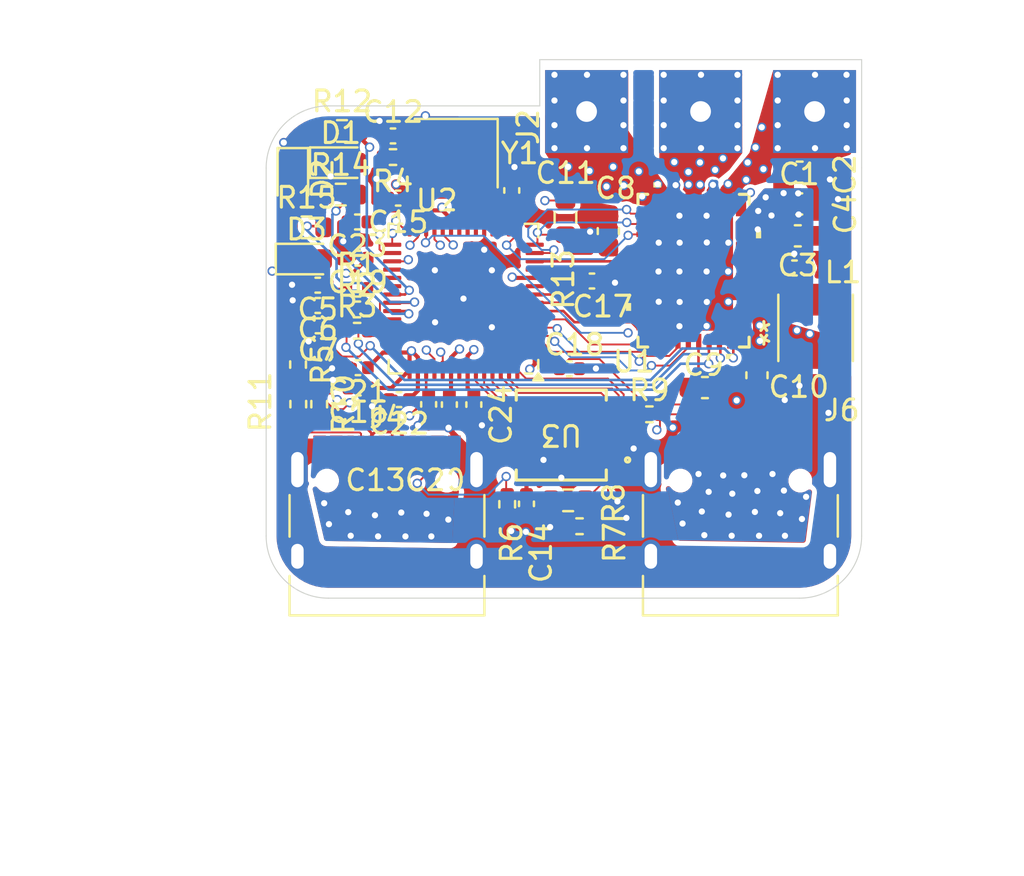
<source format=kicad_pcb>
(kicad_pcb (version 20240706) (generator "pcbnew") (generator_version "8.99")
  (title_block (title "MUREX MINIFOC ESC") (date "2024-10-30") (rev "V1.0") (company "MUREX ROBOTICS [Max Liu]") (comment 1 "// TECH FOR ALL") (comment 2 "// THINK DIFFERENT") (comment 3 "and custom microcontroller design + firmware") (comment 4 "World's smallest, highest power density sensorless FOC ESC utilizing the DRV8316C"))
  (layers (0 "F.Cu" mixed) (1 "In1.Cu" signal) (2 "In2.Cu" signal) (31 "B.Cu" mixed) (34 "B.Paste" user) (35 "F.Paste" user) (36 "B.SilkS" user "B.Silkscreen") (37 "F.SilkS" user "F.Silkscreen") (38 "B.Mask" user) (39 "F.Mask" user) (44 "Edge.Cuts" user))
  (net 0 "")
  (net 1 "VCC")
  (net 2 "GND")
  (net 3 "/CP")
  (net 4 "/CPL")
  (net 5 "/CPH")
  (net 6 "/AVDD")
  (net 7 "/VREF{slash}ILIM")
  (net 8 "/FB_BK")
  (net 10 "/SW_BK")
  (net 12 "/INLC")
  (net 13 "/NFAULT")
  (net 14 "/SCLK")
  (net 15 "/SOC")
  (net 16 "/SOB")
  (net 17 "/NSCS")
  (net 18 "/INHC")
  (net 19 "/SOA")
  (net 20 "/SDI")
  (net 21 "/DRVOFF")
  (net 22 "/NSLEEP")
  (net 23 "/INHB")
  (net 24 "/INLA")
  (net 25 "/INLB")
  (net 26 "/INHA")
  (net 27 "/SDO")
  (net 28 "/RP2040/XIN")
  (net 29 "Net-(C12-Pad2)")
  (net 30 "/RP2040/+1.1V")
  (net 31 "Net-(D1-A)")
  (net 32 "OUTB")
  (net 33 "OUTC")
  (net 34 "OUTA")
  (net 35 "/RP2040/USB_P")
  (net 36 "/RP2040/USB_N")
  (net 37 "Net-(J4-CC2)")
  (net 38 "Net-(J4-CC1)")
  (net 39 "/RP2040/XOUT")
  (net 40 "/RP2040/USB_BOOT")
  (net 41 "/RP2040/QSPI_CS")
  (net 42 "/RP2040/RUN")
  (net 43 "Net-(U2-USB_DP)")
  (net 44 "Net-(U2-USB_DM)")
  (net 45 "Net-(D2-A)")
  (net 48 "Net-(D3-A)")
  (net 50 "/RP2040/QSPI_SCLK")
  (net 51 "/RP2040/UART1_TX")
  (net 53 "/RP2040/ADC_3")
  (net 54 "/RP2040/QSPI_SD3")
  (net 55 "/RP2040/SWCLK")
  (net 56 "/RP2040/QSPI_SD1")
  (net 57 "/RP2040/SWD")
  (net 58 "/RP2040/PWM")
  (net 60 "/RP2040/QSPI_SD0")
  (net 61 "/RP2040/QSPI_SD2")
  (net 62 "/RP2040/UART0_RX")
  (net 63 "/RP2040/UART0_TX")
  (net 64 "/RP2040/UART1_RX")
  (net 65 "/RP2040/LED1")
  (net 66 "/RP2040/LED2")
  (net 67 "/RP2040/LED3")
  (net 68 "/RP2040/SA")
  (net 69 "/RP2040/SB")
  (net 70 "/RP2040/SC")
  (footprint "Capacitor_SMD:C_0402_1005Metric" (layer "F.Cu") (at 135.81 109.48 180)
    (property "Reference" "C22")
    (property "Value" "1uF")
  )
  (footprint "Resistor_SMD:R_0402_1005Metric" (layer "F.Cu") (at 130.94 107.79 -90)
    (property "Reference" "R5")
    (property "Value" "5.1k")
  )
  (footprint "Resistor_SMD:R_0402_1005Metric" (layer "F.Cu") (at 133.79 106.16)
    (property "Reference" "R3")
    (property "Value" "1k")
  )
  (footprint "Capacitor_SMD:C_0402_1005Metric" (layer "F.Cu") (at 133.85 108.92 180)
    (property "Reference" "C16")
    (property "Value" "0.1uF")
  )
  (footprint "Resistor_SMD:R_0402_1005Metric" (layer "F.Cu") (at 135.52 97.78 180)
    (property "Reference" "R4")
    (property "Value" "1k")
  )
  (footprint "Resistor_SMD:R_0402_1005Metric" (layer "F.Cu") (at 130.95 109.7 90)
    (property "Reference" "R11")
    (property "Value" "27")
  )
  (footprint "Capacitor_SMD:C_0402_1005Metric" (layer "F.Cu") (at 131.89 104.94 180)
    (property "Reference" "C6")
    (property "Value" "30pF")
  )
  (footprint "Capacitor_SMD:C_0402_1005Metric" (layer "F.Cu") (at 133.82 102.66 180)
    (property "Reference" "C19")
    (property "Value" "0.1uF")
  )
  (footprint "Capacitor_SMD:C_0402_1005Metric" (layer "F.Cu") (at 131.89 103.96 180)
    (property "Reference" "C5")
    (property "Value" "30pF")
  )
  (footprint "Capacitor_SMD:C_0402_1005Metric" (layer "F.Cu") (at 144.03 107.99)
    (property "Reference" "C18")
    (property "Value" "0.1uF")
  )
  (footprint "Capacitor_SMD:C_0603_1608Metric" (layer "F.Cu") (at 155.14 98.51)
    (property "Reference" "C2")
    (property "Value" "10uF")
  )
  (footprint "Capacitor_SMD:C_0402_1005Metric" (layer "F.Cu") (at 131.9 105.92 180)
    (property "Reference" "C7")
    (property "Value" "30pF")
  )
  (footprint "Connector_USB:USB_C_Receptacle_HRO_TYPE-C-31-M-12" (layer "F.Cu") (at 152.28 115.99)
    (property "Reference" "J6")
    (property "Value" "USB_C_Receptacle_USB2.0_16P")
  )
  (footprint "Resistor_SMD:R_0603_1608Metric" (layer "F.Cu") (at 143.97 114.34 180)
    (property "Reference" "R8")
    (property "Value" "10k")
  )
  (footprint "Capacitor_SMD:C_0402_1005Metric" (layer "F.Cu") (at 138.24 109.72 -90)
    (property "Reference" "C20")
    (property "Value" "0.1uF")
  )
  (footprint "Resistor_SMD:R_0603_1608Metric" (layer "F.Cu") (at 133 99.59)
    (property "Reference" "R14")
    (property "Value" "2.7k")
  )
  (footprint "LED_SMD:LED_0603_1608Metric" (layer "F.Cu") (at 131.35 102.7)
    (property "Reference" "D3")
    (property "Value" "LED_Small")
  )
  (footprint "Resistor_SMD:R_0402_1005Metric" (layer "F.Cu") (at 131.96 109.7 -90)
    (property "Reference" "R10")
    (property "Value" "27")
  )
  (footprint "Capacitor_SMD:C_0402_1005Metric" (layer "F.Cu") (at 139.42 109.72 -90)
    (property "Reference" "C24")
    (property "Value" "0.1uF")
  )
  (footprint "Resistor_SMD:R_0603_1608Metric" (layer "F.Cu") (at 133.06 96.52)
    (property "Reference" "R12")
    (property "Value" "2.7k")
  )
  (footprint "Capacitor_SMD:C_0402_1005Metric" (layer "F.Cu") (at 141.25 99.39 -90)
    (property "Reference" "C11")
    (property "Value" "27pF")
  )
  (footprint "Capacitor_SMD:C_0402_1005Metric" (layer "F.Cu") (at 135.52 96.76)
    (property "Reference" "C12")
    (property "Value" "27pF")
  )
  (footprint "Capacitor_SMD:C_0603_1608Metric" (layer "F.Cu") (at 155.05 101.58 180)
    (property "Reference" "C3")
    (property "Value" "1uF")
  )
  (footprint "Resistor_SMD:R_0402_1005Metric" (layer "F.Cu") (at 141.03 114.53 90)
    (property "Reference" "R6")
    (property "Value" "5.1k")
  )
  (footprint "DRV8316C:ESC" (layer "F.Cu") (at 150.36 93.55 180)
    (property "Reference" "J2")
    (property "Value" "Conn_01x03")
  )
  (footprint "Resistor_SMD:R_0402_1005Metric" (layer "F.Cu") (at 133.78 105.13)
    (property "Reference" "R2")
    (property "Value" "1k")
  )
  (footprint "DFN_XGIQ TR_WIN:DFN_XGIQ TR_WIN" (layer "F.Cu") (at 143.6385 111.19015 180)
    (property "Reference" "U3")
    (property "Value" "W25Q64JVXGIQ TR")
  )
  (footprint "Capacitor_SMD:C_0603_1608Metric" (layer "F.Cu") (at 155.12 100.04)
    (property "Reference" "C1")
    (property "Value" "0.1uF")
  )
  (footprint "Capacitor_SMD:C_0603_1608Metric" (layer "F.Cu") (at 150.57 108.9)
    (property "Reference" "C9")
    (property "Value" "1uF")
  )
  (footprint "Connector_USB:USB_C_Receptacle_HRO_TYPE-C-31-M-12" (layer "F.Cu") (at 135.23 115.99)
    (property "Reference" "J4")
    (property "Value" "USB_C_Receptacle_USB2.0_16P")
  )
  (footprint "Package_DFN_QFN:QFN-56-1EP_7x7mm_P0.4mm_EP3.2x3.2mm" (layer "F.Cu") (at 138.92 104.6097 180)
    (property "Reference" "U2")
    (property "Value" "RP2040")
  )
  (footprint "Capacitor_SMD:C_0603_1608Metric" (layer "F.Cu") (at 153.08 108.305 -90)
    (property "Reference" "C10")
    (property "Value" "22uF")
  )
  (footprint "Capacitor_SMD:C_0603_1608Metric" (layer "F.Cu") (at 145.91 101.35 90)
    (property "Reference" "C8")
    (property "Value" "1uF")
  )
  (footprint "DRV8316C:SMNR3012-470MT" (layer "F.Cu") (at 155.91 106.02 90)
    (property "Reference" "L1")
    (property "Value" "47uH")
  )
  (footprint "Capacitor_SMD:C_0402_1005Metric" (layer "F.Cu") (at 135.77 99.76 180)
    (property "Reference" "C15")
    (property "Value" "0.1uF")
  )
  (footprint "LED_SMD:LED_0603_1608Metric" (layer "F.Cu") (at 133 98.05)
    (property "Reference" "D1")
    (property "Value" "LED_Small")
  )
  (footprint "DRV8316C:VQFN40_RGF_TEX-L" (layer "F.Cu") (at 150.0197 103.260063 180)
    (property "Reference" "U1")
    (property "Value" "DRV8316CRRGFR")
  )
  (footprint "Crystal:Crystal_SMD_3225-4Pin_3.2x2.5mm" (layer "F.Cu") (at 138.57 97.59 180)
    (property "Reference" "Y1")
    (property "Value" "12Mhz")
  )
  (footprint "Capacitor_SMD:C_0402_1005Metric" (layer "F.Cu") (at 137.24 109.71 -90)
    (property "Reference" "C13")
    (property "Value" "1uF")
  )
  (footprint "Resistor_SMD:R_0402_1005Metric" (layer "F.Cu") (at 133.79 104.13)
    (property "Reference" "R1")
    (property "Value" "1k")
  )
  (footprint "Capacitor_SMD:C_0402_1005Metric" (layer "F.Cu") (at 145.1195 103.76)
    (property "Reference" "C17")
    (property "Value" "0.1uF")
  )
  (footprint "LED_SMD:LED_0603_1608Metric" (layer "F.Cu") (at 130.69 98.83 -90)
    (property "Reference" "D2")
    (property "Value" "LED_Small")
  )
  (footprint "Resistor_SMD:R_0402_1005Metric" (layer "F.Cu") (at 144.52 115.59)
    (property "Reference" "R7")
    (property "Value" "1k")
  )
  (footprint "Capacitor_SMD:C_0402_1005Metric" (layer "F.Cu") (at 141.96 114.51 -90)
    (property "Reference" "C14")
    (property "Value" "1uF")
  )
  (footprint "Capacitor_SMD:C_0402_1005Metric" (layer "F.Cu") (at 133.8 100.91 180)
    (property "Reference" "C23")
    (property "Value" "0.1uF")
  )
  (footprint "Resistor_SMD:R_0603_1608Metric" (layer "F.Cu") (at 143.84 100.7 90)
    (property "Reference" "R13")
    (property "Value" "10k")
  )
  (footprint "Capacitor_SMD:C_0402_1005Metric" (layer "F.Cu") (at 133.83 107.94 180)
    (property "Reference" "C21")
    (property "Value" "1uF")
  )
  (footprint "Resistor_SMD:R_0603_1608Metric" (layer "F.Cu") (at 131.35 101.17)
    (property "Reference" "R15")
    (property "Value" "2.7k")
  )
  (footprint "Resistor_SMD:R_0402_1005Metric" (layer "F.Cu") (at 147.89 110.19 180)
    (property "Reference" "R9")
    (property "Value" "1k")
  )
  (footprint "Capacitor_SMD:C_0402_1005Metric" (layer "F.Cu") (at 154.89 103.13)
    (property "Reference" "C4")
    (property "Value" "47nF")
  )
  (gr_line (start 142.6 93.08) (end 142.6 95.31) (stroke (width 0.05)) (layer "Edge.Cuts"))
  (gr_line (start 158.13 98.31) (end 158.13 116.06) (stroke (width 0.05)) (layer "Edge.Cuts"))
  (gr_arc (start 129.40132 98.31) (mid 130.280001 96.188687) (end 132.40132 95.31) (stroke (width 0.05)) (layer "Edge.Cuts"))
  (gr_arc (start 158.13 116.06) (mid 157.25132 118.18132) (end 155.13 119.06) (stroke (width 0.05)) (layer "Edge.Cuts"))
  (gr_line (start 129.40132 116.06) (end 129.40132 98.31) (stroke (width 0.05)) (layer "Edge.Cuts"))
  (gr_line (start 158.13 98.31) (end 158.13 93.08) (stroke (width 0.05)) (layer "Edge.Cuts"))
  (gr_line (start 158.13 93.08) (end 142.6 93.08) (stroke (width 0.05)) (layer "Edge.Cuts"))
  (gr_line (start 132.40132 95.31) (end 142.6 95.31) (stroke (width 0.05)) (layer "Edge.Cuts"))
  (gr_arc (start 132.40132 119.06) (mid 130.279987 118.181327) (end 129.40132 116.06) (stroke (width 0.05)) (layer "Edge.Cuts"))
  (gr_line (start 155.13 119.06) (end 132.40132 119.06) (stroke (width 0.05)) (layer "Edge.Cuts"))
  (segment (start 137.285 113.715) (end 136.91 114.09) (width 0.3) (layer "F.Cu") (net 1))
  (segment (start 137.68 112.75) (end 137.285 113.145) (width 0.3) (layer "F.Cu") (net 1))
  (segment (start 154.365 99.52) (end 154.345 99.54) (width 1) (layer "F.Cu") (net 1))
  (segment (start 137.68 111.945) (end 137.68 112.75) (width 0.3) (layer "F.Cu") (net 1))
  (segment (start 133.48 112.69) (end 133.48 111.945) (width 0.3) (layer "F.Cu") (net 1))
  (segment (start 136.48 111.945) (end 136.48 112.75962) (width 0.3) (layer "F.Cu") (net 1))
  (segment (start 155.08 100.775) (end 154.345 100.04) (width 0.3) (layer "F.Cu") (net 1))
  (segment (start 151.03 111.945) (end 149.83 111.945) (width 0.09) (layer "F.Cu") (net 1))
  (segment (start 155.825 101.58) (end 155.08 100.835) (width 0.3) (layer "F.Cu") (net 1))
  (segment (start 136.48 112.75962) (end 136.06962 113.17) (width 0.3) (layer "F.Cu") (net 1))
  (segment (start 152.03 111.945) (end 152.53 111.945) (width 0.09) (layer "F.Cu") (net 1))
  (segment (start 154.345 99.54) (end 154.345 100.04) (width 1) (layer "F.Cu") (net 1))
  (segment (start 153.53 111.945) (end 154.73 111.945) (width 0.09) (layer "F.Cu") (net 1))
  (segment (start 152.4103 102.029685) (end 152.4103 101.029433) (width 0.1994) (layer "F.Cu") (net 1))
  (segment (start 132.78 112.804695) (end 132.78 111.945) (width 0.3) (layer "F.Cu") (net 1))
  (segment (start 137.285 113.145) (end 137.285 113.715) (width 0.3) (layer "F.Cu") (net 1))
  (segment (start 134.065305 114.09) (end 132.78 112.804695) (width 0.3) (layer "F.Cu") (net 1))
  (segment (start 155.08 100.835) (end 155.08 100.775) (width 0.3) (layer "F.Cu") (net 1))
  (segment (start 133.96 113.17) (end 133.48 112.69) (width 0.3) (layer "F.Cu") (net 1))
  (segment (start 136.91 114.09) (end 134.065305 114.09) (width 0.3) (layer "F.Cu") (net 1))
  (segment (start 154.365 98.51) (end 154.365 99.52) (width 1) (layer "F.Cu") (net 1))
  (segment (start 133.48 111.945) (end 132.78 111.945) (width 0.3) (layer "F.Cu") (net 1))
  (segment (start 136.06962 113.17) (end 133.96 113.17) (width 0.3) (layer "F.Cu") (net 1))
  (via (at 146.78 115.19) (size 0.45) (drill 0.3) (layers "F.Cu" "B.Cu") (net 1))
  (via (at 137.37 116.08) (size 0.45) (drill 0.3) (layers "F.Cu" "B.Cu") (net 1))
  (via (at 154.365 99.52) (size 0.45) (drill 0.3) (layers "F.Cu" "B.Cu") (net 1))
  (via (at 133.36 114.91) (size 0.45) (drill 0.3) (layers "F.Cu" "B.Cu") (net 1))
  (via (at 153.1 113.89) (size 0.45) (drill 0.3) (layers "F.Cu" "B.Cu") (net 1))
  (via (at 143.1 115.63) (size 0.45) (drill 0.3) (layers "F.Cu" "B.Cu") (net 1))
  (via (at 151.45 113.14) (size 0.45) (drill 0.3) (layers "F.Cu" "B.Cu") (net 1))
  (via (at 133.48 116.05) (size 0.45) (drill 0.3) (layers "F.Cu" "B.Cu") (net 1))
  (via (at 146.35 114.39) (size 0.45) (drill 0.3) (layers "F.Cu" "B.Cu") (net 1))
  (via (at 155.45 114.17) (size 0.45) (drill 0.3) (layers "F.Cu" "B.Cu") (net 1))
  (via (at 155.07 99.53) (size 0.45) (drill 0.3) (layers "F.Cu" "B.Cu") (net 1))
  (via (at 136.12 116.08) (size 0.45) (drill 0.3) (layers "F.Cu" "B.Cu") (net 1))
  (via (at 150.26 113.07) (size 0.45) (drill 0.3) (layers "F.Cu" "B.Cu") (net 1))
  (via (at 135.92 114.93) (size 0.45) (drill 0.3) (layers "F.Cu" "B.Cu") (net 1))
  (via (at 155.09 100.55) (size 0.45) (drill 0.3) (layers "F.Cu" "B.Cu") (net 1))
  (via (at 154.42 109.5) (size 0.45) (drill 0.3) (layers "F.Cu" "B.Cu") (net 1))
  (via (at 152.47 113.13) (size 0.45) (drill 0.3) (layers "F.Cu" "B.Cu") (net 1))
  (via (at 153.83 113.07) (size 0.45) (drill 0.3) (layers "F.Cu" "B.Cu") (net 1))
  (via (at 154.2 114.96) (size 0.45) (drill 0.3) (layers "F.Cu" "B.Cu") (net 1))
  (via (at 150.42 114.88) (size 0.45) (drill 0.3) (layers "F.Cu" "B.Cu") (net 1))
  (via (at 132.2 114.48) (size 0.45) (drill 0.3) (layers "F.Cu" "B.Cu") (net 1))
  (via (at 132.43 115.49) (size 0.45) (drill 0.3) (layers "F.Cu" "B.Cu") (net 1))
  (via (at 154.88 102.44) (size 0.45) (drill 0.3) (layers "F.Cu" "B.Cu") (net 1))
  (via (at 150.75 113.93) (size 0.45) (drill 0.3) (layers "F.Cu" "B.Cu") (net 1))
  (via (at 153.14 100.38) (size 0.45) (drill 0.3) (layers "F.Cu" "B.Cu") (net 1))
  (via (at 138.19 115.27) (size 0.45) (drill 0.3) (layers "F.Cu" "B.Cu") (net 1))
  (via (at 155.13 108.81) (size 0.45) (drill 0.3) (layers "F.Cu" "B.Cu") (net 1))
  (via (at 151.86 116.05) (size 0.45) (drill 0.3) (layers "F.Cu" "B.Cu") (net 1))
  (via (at 152.98 114.9) (size 0.45) (drill 0.3) (layers "F.Cu" "B.Cu") (net 1))
  (via (at 154.38 113.87) (size 0.45) (drill 0.3) (layers "F.Cu" "B.Cu") (net 1))
  (via (at 151.89 114.02) (size 0.45) (drill 0.3) (layers "F.Cu" "B.Cu") (net 1))
  (via (at 134.8 116.08) (size 0.45) (drill 0.3) (layers "F.Cu" "B.Cu") (net 1))
  (via (at 155.25 115.24) (size 0.45) (drill 0.3) (layers "F.Cu" "B.Cu") (net 1))
  (via (at 137.14 114.99) (size 0.45) (drill 0.3) (layers "F.Cu" "B.Cu") (net 1))
  (via (at 153.12 101.27) (size 0.45) (drill 0.3) (layers "F.Cu" "B.Cu") (net 1))
  (via (at 134.65 115.06) (size 0.45) (drill 0.3) (layers "F.Cu" "B.Cu") (net 1))
  (via (at 150.54 116.02) (size 0.45) (drill 0.3) (layers "F.Cu" "B.Cu") (net 1))
  (via (at 149.26 114.45) (size 0.45) (drill 0.3) (layers "F.Cu" "B.Cu") (net 1))
  (via (at 153.78 100.6) (size 0.45) (drill 0.3) (layers "F.Cu" "B.Cu") (net 1))
  (via (at 154.43 116.05) (size 0.45) (drill 0.3) (layers "F.Cu" "B.Cu") (net 1))
  (via (at 149.49 115.46) (size 0.45) (drill 0.3) (layers "F.Cu" "B.Cu") (net 1))
  (via (at 153.18 116.05) (size 0.45) (drill 0.3) (layers "F.Cu" "B.Cu") (net 1))
  (via (at 151.71 115.03) (size 0.45) (drill 0.3) (layers "F.Cu" "B.Cu") (net 1))
  (via (at 153.5 99.72) (size 0.45) (drill 0.3) (layers "F.Cu" "B.Cu") (net 1))
  (segment (start 151.260315 104.530315) (end 150.01 103.28) (width 0.3) (layer "F.Cu") (net 2))
  (segment (start 145.607 109.99) (end 144.83865 109.99) (width 0.09) (layer "F.Cu") (net 2))
  (segment (start 137.24 110.221576) (end 136.728847 110.732729) (width 0.125) (layer "F.Cu") (net 2))
  (segment (start 147.6097 103.029937) (end 149.759937 103.029937) (width 0.3) (layer "F.Cu") (net 2))
  (segment (start 151.48 108.9) (end 151.345 108.9) (width 0.125) (layer "F.Cu") (net 2))
  (segment (start 145.91 100.58) (end 145.93 100.6) (width 0.09) (layer "F.Cu") (net 2))
  (segment (start 144.51 107.99) (end 145.3 107.99) (width 0.09) (layer "F.Cu") (net 2))
  (segment (start 138.24 110.2) (end 138.24 110.8) (width 0.09) (layer "F.Cu") (net 2))
  (segment (start 132.51 98.71) (end 132.2125 98.4125) (width 0.1994) (layer "F.Cu") (net 2))
  (segment (start 141.03 115.63) (end 141.22 115.82) (width 0.09) (layer "F.Cu") (net 2))
  (segment (start 141.03 115.04) (end 141.03 115.63) (width 0.09) (layer "F.Cu") (net 2))
  (segment (start 133.35 107.94) (end 132.61 107.94) (width 0.125) (layer "F.Cu") (net 2))
  (segment (start 150.760189 99.386494) (end 150.760189 99.8764) (width 0.1994) (layer "F.Cu") (net 2))
  (segment (start 150.8297 99.246767) (end 150.8297 99.316983) (width 0.1994) (layer "F.Cu") (net 2))
  (segment (start 130.25 97.6025) (end 130.25 97.08) (width 0.1994) (layer "F.Cu") (net 2))
  (segment (start 150.01 103.632741) (end 151.907826 105.530567) (width 0.3) (layer "F.Cu") (net 2))
  (segment (start 141.96 115.83) (end 141.93 115.86) (width 0.09) (layer "F.Cu") (net 2))
  (segment (start 150.954895 99.121572) (end 150.8297 99.246767) (width 0.1994) (layer "F.Cu") (net 2))
  (segment (start 145.5995 103.76) (end 146.15 103.76) (width 0.09) (layer "F.Cu") (net 2))
  (segment (start 130.69 98.0425) (end 130.25 97.6025) (width 0.1994) (layer "F.Cu") (net 2))
  (segment (start 152.737774 105.530567) (end 152.4103 105.530567) (width 0.125) (layer "F.Cu") (net 2))
  (segment (start 133.34 102.06) (end 133.34 102.66) (width 0.09) (layer "F.Cu") (net 2))
  (segment (start 145.03 101.38) (end 145.105 101.38) (width 0.3) (layer "F.Cu") (net 2))
  (segment (start 151.907826 105.530567) (end 152.4103 105.530567) (width 0.3) (layer "F.Cu") (net 2))
  (segment (start 145.91 100.575) (end 145.835 100.575) (width 0.09) (layer "F.Cu") (net 2))
  (segment (start 139.81 110.72) (end 139.42 110.33) (width 0.09) (layer "F.Cu") (net 2))
  (segment (start 149.15541 99.132712) (end 149.259811 99.237113) (width 0.1994) (layer "F.Cu") (net 2))
  (segment (start 149.259811 99.237113) (end 149.259811 99.8764) (width 0.1994) (layer "F.Cu") (net 2))
  (segment (start 156.99 99.81) (end 156.76 100.04) (width 0.125) (layer "F.Cu") (net 2))
  (segment (start 156.76 100.04) (end 155.895 100.04) (width 0.125) (layer "F.Cu") (net 2))
  (segment (start 139.92 102.2503) (end 139.92 103.6097) (width 0.09) (layer "F.Cu") (net 2))
  (segment (start 150.8297 99.316983) (end 150.760189 99.386494) (width 0.1994) (layer "F.Cu") (net 2))
  (segment (start 139.92 101.1722) (end 139.92 102.2503) (width 0.09) (layer "F.Cu") (net 2))
  (segment (start 137.24 110.19) (end 137.24 110.221576) (width 0.125) (layer "F.Cu") (net 2))
  (segment (start 135.29 99.4) (end 135.29 99.76) (width 0.09) (layer "F.Cu") (net 2))
  (segment (start 156.6 98.86) (end 156.25 98.51) (width 0.125) (layer "F.Cu") (net 2))
  (segment (start 156.25 98.51) (end 155.915 98.51) (width 0.125) (layer "F.Cu") (net 2))
  (segment (start 131.42 106.64) (end 131.45 106.67) (width 0.09) (layer "F.Cu") (net 2))
  (segment (start 152.1 109.52) (end 151.48 108.9) (width 0.125) (layer "F.Cu") (net 2))
  (segment (start 152.4103 104.530315) (end 151.260315 104.530315) (width 0.3) (layer "F.Cu") (net 2))
  (segment (start 145.105 101.38) (end 145.91 100.575) (width 0.3) (layer "F.Cu") (net 2))
  (segment (start 133.12 101.84) (end 133.34 102.06) (width 0.09) (layer "F.Cu") (net 2))
  (segment (start 131.41 104.94) (end 130.93 104.94) (width 0.09) (layer "F.Cu") (net 2))
  (segment (start 150.01 103.28) (end 150.01 103.632741) (width 0.3) (layer "F.Cu") (net 2))
  (segment (start 152.4103 99.8397) (end 152.4103 100.529307) (width 0.3) (layer "F.Cu") (net 2))
  (segment (start 133.01 108.92) (end 133.37 108.92) (width 0.125) (layer "F.Cu") (net 2))
  (segment (start 139.92 103.6097) (end 138.92 104.6097) (width 0.09) (layer "F.Cu") (net 2))
  (segment (start 130.5625 102.7) (end 129.9825 103.28) (width 0.09) (layer "F.Cu") (net 2))
  (segment (start 130.93 104.94) (end 130.68 104.69) (width 0.09) (layer "F.Cu") (net 2))
  (segment (start 134.72 98.83) (end 135.29 99.4) (width 0.09) (layer "F.Cu") (net 2))
  (segment (start 132.2125 98.4125) (end 132.2125 98.05) (width 0.1994) (layer "F.Cu") (net 2))
  (segment (start 131.41 103.96) (end 130.67 103.96) (width 0.09) (layer "F.Cu") (net 2))
  (segment (start 139.42 110.33) (end 139.42 110.2) (width 0.09) (layer "F.Cu") (net 2))
  (segment (start 138.24 110.8) (end 138.2 110.84) (width 0.09) (layer "F.Cu") (net 2))
  (segment (start 132.62 108.53) (end 133.01 108.92) (width 0.125) (layer "F.Cu") (net 2))
  (segment (start 132.61 107.94) (end 132.58 107.97) (width 0.125) (layer "F.Cu") (net 2))
  (segment (start 131.42 105.92) (end 131.42 106.64) (width 0.09) (layer "F.Cu") (net 2))
  (segment (start 130.67 103.96) (end 130.65 103.94) (width 0.09) (layer "F.Cu") (net 2))
  (segment (start 129.9825 103.28) (end 129.69 103.28) (width 0.09) (layer "F.Cu") (net 2))
  (segment (start 141.96 114.99) (end 141.96 115.83) (width 0.09) (layer "F.Cu") (net 2))
  (segment (start 139.67 98.44) (end 139.17 98.44) (width 0.09) (layer "F.Cu") (net 2))
  (segment (start 145.3 107.99) (end 145.31 107.98) (width 0.09) (layer "F.Cu") (net 2))
  (segment (start 135.33 109.48) (end 134.83 109.48) (width 0.125) (layer "F.Cu") (net 2))
  (segment (start 146.15 103.76) (end 146.23 103.84) (width 0.09) (layer "F.Cu") (net 2))
  (segment (start 134.83 109.48) (end 134.51 109.8) (width 0.125) (layer "F.Cu") (net 2))
  (segment (start 139.17 98.44) (end 137.47 96.74) (width 0.09) (layer "F.Cu") (net 2))
  (segment (start 152.76 99.49) (end 152.4103 99.8397) (width 0.3) (layer "F.Cu") (net 2))
  (segment (start 149.759937 103.029937) (end 150.01 103.28) (width 0.3) (layer "F.Cu") (net 2))
  (via (at 146.23 103.84) (size 0.45) (drill 0.3) (layers "F.Cu" "B.Cu") (net 2))
  (via (at 149.35 101.91) (size 0.45) (drill 0.3) (layers "F.Cu" "B.Cu") (net 2))
  (via (at 137.54 103.24) (size 0.45) (drill 0.3) (layers "F.Cu" "B.Cu") (net 2))
  (via (at 145.31 107.98) (size 0.45) (drill 0.3) (layers "F.Cu" "B.Cu") (net 2))
  (via (at 150.954895 99.121572) (size 0.45) (drill 0.3) (layers "F.Cu" "B.Cu") (net 2))
  (via (at 147.13 111.84) (size 0.45) (drill 0.3) (layers "F.Cu" "B.Cu") (net 2))
  (via (at 151.69 103.3) (size 0.45) (drill 0.3) (layers "F.Cu" "B.Cu") (net 2))
  (via (at 149.35 104.77) (size 0.45) (drill 0.3) (layers "F.Cu" "B.Cu") (net 2))
  (via (at 151.7 104.76) (size 0.45) (drill 0.3) (layers "F.Cu" "B.Cu") (net 2))
  (via (at 140.29 103.24) (size 0.45) (drill 0.3) (layers "F.Cu" "B.Cu") (net 2))
  (via (at 139.81 110.72) (size 0.45) (drill 0.3) (layers "F.Cu" "B.Cu") (net 2))
  (via (at 150.66 101.9) (size 0.45) (drill 0.3) (layers "F.Cu" "B.Cu") (net 2))
  (via (at 141.22 115.82) (size 0.45) (drill 0.3) (layers "F.Cu" "B.Cu") (net 2))
  (via (at 142.78 112.39) (size 0.45) (drill 0.3) (layers "F.Cu" "B.Cu") (net 2))
  (via (at 133.12 101.84) (size 0.45) (drill 0.3) (layers "F.Cu" "B.Cu") (net 2))
  (via (at 138.92 104.6097) (size 0.45) (drill 0.3) (layers "F.Cu" "B.Cu") (net 2))
  (via (at 156.99 99.81) (size 0.45) (drill 0.3) (layers "F.Cu" "B.Cu") (net 2))
  (via (at 136.728847 110.732729) (size 0.45) (drill 0.3) (layers "F.Cu" "B.Cu") (net 2))
  (via (at 156.53 110.12) (size 0.45) (drill 0.3) (layers "F.Cu" "B.Cu") (net 2))
  (via (at 141.38 98.26) (size 0.45) (drill 0.3) (layers "F.Cu" "B.Cu") (net 2))
  (via (at 130.68 104.69) (size 0.45) (drill 0.3) (layers "F.Cu" "B.Cu") (net 2))
  (via (at 131.45 106.67) (size 0.45) (drill 0.3) (layers "F.Cu" "B.Cu") (net 2))
  (via (at 132.51 98.71) (size 0.45) (drill 0.3) (layers "F.Cu" "B.Cu") (net 2))
  (via (at 148.34 101.91) (size 0.45) (drill 0.3) (layers "F.Cu" "B.Cu") (net 2))
  (via (at 149.34 103.3) (size 0.45) (drill 0.3) (layers "F.Cu" "B.Cu") (net 2))
  (via (at 132.58 107.97) (size 0.45) (drill 0.3) (layers "F.Cu" "B.Cu") (net 2))
  (via (at 134.51 109.8) (size 0.45) (drill 0.3) (layers "F.Cu" "B.Cu") (net 2))
  (via (at 139.92 102.2503) (size 0.45) (drill 0.3) (layers "F.Cu" "B.Cu") (net 2))
  (via (at 149.34 100.61) (size 0.45) (drill 0.3) (layers "F.Cu" "B.Cu") (net 2))
  (via (at 141.93 115.86) (size 0.45) (drill 0.3) (layers "F.Cu" "B.Cu") (net 2))
  (via (at 137.0845 95.7903) (size 0.45) (drill 0.3) (layers "F.Cu" "B.Cu") (net 2))
  (via (at 130.25 97.08) (size 0.45) (drill 0.3) (layers "F.Cu" "B.Cu") (net 2))
  (via (at 152.76 99.49) (size 0.45) (drill 0.3) (layers "F.Cu" "B.Cu") (net 2))
  (via (at 134.72 98.83) (size 0.45) (drill 0.3) (layers "F.Cu" "B.Cu") (net 2))
  (via (at 150.65 105.93) (size 0.45) (drill 0.3) (layers "F.Cu" "B.Cu") (net 2))
  (via (at 137.55 105.75) (size 0.45) (drill 0.3) (layers "F.Cu" "B.Cu") (net 2))
  (via (at 149.02 110.83) (size 0.45) (drill 0.3) (layers "F.Cu" "B.Cu") (net 2))
  (via (at 140.29 105.99) (size 0.45) (drill 0.3) (layers "F.Cu" "B.Cu") (net 2))
  (via (at 145.03 101.38) (size 0.45) (drill 0.3) (layers "F.Cu" "B.Cu") (net 2))
  (via (at 129.69 103.28) (size 0.45) (drill 0.3) (layers "F.Cu" "B.Cu") (net 2))
  (via (at 148.33 103.3) (size 0.45) (drill 0.3) (layers "F.Cu" "B.Cu") (net 2))
  (via (at 151.7 101.91) (size 0.45) (drill 0.3) (layers "F.Cu" "B.Cu") (net 2))
  (via (at 143.64 113.25) (size 0.45) (drill 0.3) (layers "F.Cu" "B.Cu") (net 2))
  (via (at 138.2 110.84) (size 0.45) (drill 0.3) (layers "F.Cu" "B.Cu") (net 2))
  (via (at 152.1 109.52) (size 0.45) (drill 0.3) (layers "F.Cu" "B.Cu") (net 2))
  (via (at 150.65 100.61) (size 0.45) (drill 0.3) (layers "F.Cu" "B.Cu") (net 2))
  (via (at 149.15541 99.132712) (size 0.45) (drill 0.3) (layers "F.Cu" "B.Cu") (net 2))
  (via (at 132.62 108.53) (size 0.45) (drill 0.3) (layers "F.Cu" "B.Cu") (net 2))
  (via (at 148.34 104.76) (size 0.45) (drill 0.3) (layers "F.Cu" "B.Cu") (net 2))
  (via (at 134.87 96.035) (size 0.45) (drill 0.3) (layers "F.Cu" "B.Cu") (net 2))
  (via (at 150.66 104.77) (size 0.45) (drill 0.3) (layers "F.Cu" "B.Cu") (net 2))
  (via (at 150.65 103.3) (size 0.45) (drill 0.3) (layers "F.Cu" "B.Cu") (net 2))
  (via (at 149.34 105.94) (size 0.45) (drill 0.3) (layers "F.Cu" "B.Cu") (net 2))
  (via (at 130.65 103.94) (size 0.45) (drill 0.3) (layers "F.Cu" "B.Cu") (net 2))
  (via (at 156.6 98.86) (size 0.45) (drill 0.3) (layers "F.Cu" "B.Cu") (net 2))
  (segment (start 153.862585 101.58) (end 152.912774 102.529811) (width 0.3) (layer "F.Cu") (net 3))
  (segment (start 152.912774 102.529811) (end 152.4103 102.529811) (width 0.3) (layer "F.Cu") (net 3))
  (segment (start 154.275 101.58) (end 153.862585 101.58) (width 0.3) (layer "F.Cu") (net 3))
  (segment (start 153.4275 103.7775) (end 155.0175 103.7775) (width 0.125) (layer "F.Cu") (net 4))
  (segment (start 153.180063 103.530063) (end 153.4275 103.7775) (width 0.125) (layer "F.Cu") (net 4))
  (segment (start 155.0175 103.7775) (end 155.665 103.13) (width 0.125) (layer "F.Cu") (net 4))
  (segment (start 152.4103 103.530063) (end 153.180063 103.530063) (width 0.125) (layer "F.Cu") (net 4))
  (segment (start 154.014937 103.029937) (end 154.115 103.13) (width 0.125) (layer "F.Cu") (net 5))
  (segment (start 152.4103 103.029937) (end 154.014937 103.029937) (width 0.125) (layer "F.Cu") (net 5))
  (segment (start 145.91 102.125) (end 146.294874 102.509874) (width 0.125) (layer "F.Cu") (net 6))
  (segment (start 146.294874 102.509874) (end 147.6194 102.509874) (width 0.125) (layer "F.Cu") (net 6))
  (segment (start 150.260063 106.6836) (end 150.260063 108.434937) (width 0.125) (layer "F.Cu") (net 7))
  (segment (start 150.260063 108.434937) (end 149.795 108.9) (width 0.125) (layer "F.Cu") (net 7))
  (segment (start 142.3575 107.2097) (end 142.8695 107.2097) (width 0.1994) (layer "F.Cu") (net 8))
  (segment (start 134.3 102.85) (end 135.0597 103.6097) (width 0.1994) (layer "F.Cu") (net 8))
  (segment (start 142.3575 107.7725) (end 142.12 108.01) (width 0.1994) (layer "F.Cu") (net 8))
  (segment (start 135.0597 103.6097) (end 135.4825 103.6097) (width 0.1994) (layer "F.Cu") (net 8))
  (segment (start 145.484326 107.525) (end 144.015 107.525) (width 0.09) (layer "F.Cu") (net 8))
  (segment (start 141.96 112.6803) (end 141.67 112.3903) (width 0.1994) (layer "F.Cu") (net 8))
  (segment (start 144.2945 103.76) (end 144.6395 103.76) (width 0.1994) (layer "F.Cu") (net 8))
  (segment (start 139.3097 111.3197) (end 138.7903 110.8003) (width 0.1994) (layer "F.Cu") (net 8))
  (segment (start 155.197818 107.22) (end 153.008259 105.030441) (width 0.3) (layer "F.Cu") (net 8))
  (segment (start 136.32 108.0472) (end 136.32 107.22) (width 0.1994) (layer "F.Cu") (net 8))
  (segment (start 143.145 114.34) (end 142.27 114.34) (width 0.09) (layer "F.Cu") (net 8))
  (segment (start 135.67 99.1) (end 136.25 99.68) (width 0.5) (layer "F.Cu") (net 8))
  (segment (start 136.32 108.0472) (end 135.4472 108.92) (width 0.1994) (layer "F.Cu") (net 8))
  (segment (start 138.1842 99.69) (end 136.32 99.69) (width 0.1994) (layer "F.Cu") (net 8))
  (segment (start 144.1442 103.6097) (end 144.2945 103.76) (width 0.1994) (layer "F.Cu") (net 8))
  (segment (start 136.72 108.0472) (end 136.72 109.05) (width 0.1994) (layer "F.Cu") (net 8))
  (segment (start 135.4825 107.2097) (end 136.3303 107.2097) (width 0.1994) (layer "F.Cu") (net 8))
  (segment (start 141.96 114.03) (end 141.96 112.6803) (width 0.1994) (layer "F.Cu") (net 8))
  (segment (start 140.3197 111.3197) (end 139.3097 111.3197) (width 0.1994) (layer "F.Cu") (net 8))
  (segment (start 142.3575 103.6097) (end 141.3097 103.6097) (width 0.1994) (layer "F.Cu") (net 8))
  (segment (start 141.3097 103.6097) (end 141.27 103.57) (width 0.1994) (layer "F.Cu") (net 8))
  (segment (start 138.7903 109.7903) (end 138.24 109.24) (width 0.1994) (layer "F.Cu") (net 8))
  (segment (start 141.67 112.3903) (end 141.3903 112.3903) (width 0.1994) (layer "F.Cu") (net 8))
  (segment (start 147.38 109.420674) (end 145.484326 107.525) (width 0.09) (layer "F.Cu") (net 8))
  (segment (start 144.015 107.525) (end 143.55 107.99) (width 0.09) (layer "F.Cu") (net 8))
  (segment (start 142.855 99.875) (end 142.85 99.88) (width 0.09) (layer "F.Cu") (net 8))
  (segment (start 153.008259 105.030441) (end 152.4103 105.030441) (width 0.3) (layer "F.Cu") (net 8))
  (segment (start 142.8695 107.2097) (end 143.55 107.8902) (width 0.1994) (layer "F.Cu") (net 8))
  (segment (start 138.32 108.0472) (end 138.72 108.0472) (width 0.1994) (layer "F.Cu") (net 8))
  (segment (start 141.3903 112.3903) (end 140.3197 111.3197) (width 0.1994) (layer "F.Cu") (net 8))
  (segment (start 138.72 100.2258) (end 138.1842 99.69) (width 0.1994) (layer "F.Cu") (net 8))
  (segment (start 136.72 109.05) (end 136.29 109.48) (width 0.1994) (layer "F.Cu") (net 8))
  (segment (start 138.73 107.04) (end 138.32 107.45) (width 0.1994) (layer "F.Cu") (net 8))
  (segment (start 136.72 108.0472) (end 136.72 107.44) (width 0.1994) (layer "F.Cu") (net 8))
  (segment (start 138.32 109.16) (end 138.24 109.24) (width 0.1994) (layer "F.Cu") (net 8))
  (segment (start 155.91 107.22) (end 155.197818 107.22) (width 0.3) (layer "F.Cu") (net 8))
  (segment (start 142.3575 107.2097) (end 142.3575 107.7725) (width 0.1994) (layer "F.Cu") (net 8))
  (segment (start 136.3303 107.2097) (end 136.41 107.13) (width 0.1994) (layer "F.Cu") (net 8))
  (segment (start 138.7903 110.8003) (end 138.7903 109.7903) (width 0.1994) (layer "F.Cu") (net 8))
  (segment (start 136.25 99.68) (end 136.25 99.76) (width 0.5) (layer "F.Cu") (net 8))
  (segment (start 136.32 99.69) (end 136.25 99.76) (width 0.1994) (layer "F.Cu") (net 8))
  (segment (start 138.32 108.0472) (end 138.32 109.16) (width 0.1994) (layer "F.Cu") (net 8))
  (segment (start 135.4825 107.2097) (end 135.0403 107.2097) (width 0.1994) (layer "F.Cu") (net 8))
  (segment (start 134.3 102.66) (end 134.3 102.85) (width 0.1994) (layer "F.Cu") (net 8))
  (segment (start 143.55 107.8902) (end 143.55 107.99) (width 0.1994) (layer "F.Cu") (net 8))
  (segment (start 136.72 107.44) (end 136.41 107.13) (width 0.1994) (layer "F.Cu") (net 8))
  (segment (start 135.4472 108.92) (end 134.33 108.92) (width 0.1994) (layer "F.Cu") (net 8))
  (segment (start 134.3 102.66) (end 133.57 103.39) (width 0.1994) (layer "F.Cu") (net 8))
  (segment (start 142.27 114.34) (end 141.96 114.03) (width 0.09) (layer "F.Cu") (net 8))
  (segment (start 147.38 110.19) (end 147.38 109.420674) (width 0.09) (layer "F.Cu") (net 8))
  (segment (start 138.32 107.45) (end 138.32 108.0472) (width 0.1994) (layer "F.Cu") (net 8))
  (segment (start 143.84 99.875) (end 142.855 99.875) (width 0.09) (layer "F.Cu") (net 8))
  (segment (start 133.57 103.39) (end 133.26 103.39) (width 0.1994) (layer "F.Cu") (net 8))
  (segment (start 138.72 101.1722) (end 138.72 100.2258) (width 0.1994) (layer "F.Cu") (net 8))
  (segment (start 142.3575 103.6097) (end 144.1442 103.6097) (width 0.1994) (layer "F.Cu") (net 8))
  (segment (start 135.0403 107.2097) (end 134.31 107.94) (width 0.1994) (layer "F.Cu") (net 8))
  (segment (start 136.32 107.22) (end 136.41 107.13) (width 0.1994) (layer "F.Cu") (net 8))
  (via (at 136.41 107.13) (size 0.45) (drill 0.3) (layers "F.Cu" "B.Cu") (net 8))
  (via (at 153.22 106.65) (size 0.45) (drill 0.3) (layers "F.Cu" "B.Cu") (net 8))
  (via (at 153.21 105.9) (size 0.45) (drill 0.3) (layers "F.Cu" "B.Cu") (net 8))
  (via (at 155.63 106.31) (size 0.45) (drill 0.3) (layers "F.Cu" "B.Cu") (net 8))
  (via (at 142.12 108.01) (size 0.45) (drill 0.3) (layers "F.Cu" "B.Cu") (net 8))
  (via (at 133.26 103.39) (size 0.45) (drill 0.3) (layers "F.Cu" "B.Cu") (net 8))
  (via (at 135.67 99.1) (size 0.45) (drill 0.3) (layers "F.Cu" "B.Cu") (net 8))
  (via (at 138.73 107.04) (size 0.45) (drill 0.3) (layers "F.Cu" "B.Cu") (net 8))
  (via (at 142.85 99.88) (size 0.45) (drill 0.3) (layers "F.Cu" "B.Cu") (net 8))
  (via (at 155.01 106.14) (size 0.45) (drill 0.3) (layers "F.Cu" "B.Cu") (net 8))
  (via (at 141.27 103.57) (size 0.45) (drill 0.3) (layers "F.Cu" "B.Cu") (net 8))
  (segment (start 152.480111 104.1) (end 155.19 104.1) (width 0.3) (layer "F.Cu") (net 10))
  (segment (start 152.4103 104.030189) (end 152.480111 104.1) (width 0.3) (layer "F.Cu") (net 10))
  (segment (start 155.19 104.1) (end 155.91 104.82) (width 0.3) (layer "F.Cu") (net 10))
  (segment (start 142.3575 105.2097) (end 143.739844 105.2097) (width 0.125) (layer "F.Cu") (net 12))
  (segment (start 143.739844 105.2097) (end 144.275774 105.74563) (width 0.125) (layer "F.Cu") (net 12))
  (segment (start 147.0268 105.74563) (end 147.291926 106.010756) (width 0.125) (layer "F.Cu") (net 12))
  (segment (start 147.291926 106.010756) (end 147.6194 106.010756) (width 0.125) (layer "F.Cu") (net 12))
  (segment (start 144.275774 105.74563) (end 147.0268 105.74563) (width 0.125) (layer "F.Cu") (net 12))
  (segment (start 142.595 101.525) (end 142.49 101.42) (width 0.09) (layer "F.Cu") (net 13))
  (segment (start 146.874822 101.009496) (end 146.800245 100.934919) (width 0.09) (layer "F.Cu") (net 13))
  (segment (start 142.49 101.42) (end 142.49 101.8772) (width 0.09) (layer "F.Cu") (net 13))
  (segment (start 147.6194 101.009496) (end 146.874822 101.009496) (width 0.09) (layer "F.Cu") (net 13))
  (segment (start 142.49 101.8772) (end 142.3575 102.0097) (width 0.09) (layer "F.Cu") (net 13))
  (segment (start 143.84 101.525) (end 142.595 101.525) (width 0.09) (layer "F.Cu") (net 13))
  (via (at 142.49 101.42) (size 0.45) (drill 0.3) (layers "F.Cu" "B.Cu") (net 13))
  (via (at 146.800245 100.934919) (size 0.45) (drill 0.3) (layers "F.Cu" "B.Cu") (net 13))
  (segment (start 146.800245 100.934919) (end 142.975082 100.934919) (width 0.09) (layer "B.Cu") (net 13))
  (segment (start 142.975082 100.934919) (end 142.947541 100.96246) (width 0.09) (layer "B.Cu") (net 13))
  (segment (start 142.975081 100.934919) (end 142.49 101.42) (width 0.09) (layer "B.Cu") (net 13))
  (segment (start 147.655737 107.374263) (end 148.851385 107.374263) (width 0.09) (layer "F.Cu") (net 14))
  (segment (start 149.269511 106.956137) (end 149.269511 106.663663) (width 0.09) (layer "F.Cu") (net 14))
  (segment (start 143.395138 106.0097) (end 142.3575 106.0097) (width 0.09) (layer "F.Cu") (net 14))
  (segment (start 147.4 107.63) (end 147.655737 107.374263) (width 0.09) (layer "F.Cu") (net 14))
  (segment (start 148.851385 107.374263) (end 149.269511 106.956137) (width 0.09) (layer "F.Cu") (net 14))
  (segment (start 143.442573 106.057135) (end 143.395138 106.0097) (width 0.09) (layer "F.Cu") (net 14))
  (via (at 143.442573 106.057135) (size 0.45) (drill 0.3) (layers "F.Cu" "B.Cu") (net 14))
  (via (at 147.4 107.63) (size 0.45) (drill 0.3) (layers "F.Cu" "B.Cu") (net 14))
  (segment (start 147.4 107.63) (end 147.01 107.24) (width 0.09) (layer "B.Cu") (net 14))
  (segment (start 144.57 107.24) (end 143.442573 106.112573) (width 0.09) (layer "B.Cu") (net 14))
  (segment (start 143.442573 106.112573) (end 143.442573 106.057135) (width 0.09) (layer "B.Cu") (net 14))
  (segment (start 147.01 107.24) (end 144.57 107.24) (width 0.09) (layer "B.Cu") (net 14))
  (segment (start 150.75 107.75) (end 150.760189 107.739811) (width 0.125) (layer "F.Cu") (net 15))
  (segment (start 133.28 106.16) (end 132.62 106.16) (width 0.09) (layer "F.Cu") (net 15))
  (segment (start 150.760189 107.739811) (end 150.760189 106.6836) (width 0.125) (layer "F.Cu") (net 15))
  (segment (start 133.28 106.929696) (end 133.251067 106.958629) (width 0.09) (layer "F.Cu") (net 15))
  (segment (start 133.28 106.16) (end 133.28 106.929696) (width 0.09) (layer "F.Cu") (net 15))
  (segment (start 132.62 106.16) (end 132.38 105.92) (width 0.09) (layer "F.Cu") (net 15))
  (via (at 150.75 107.75) (size 0.45) (drill 0.3) (layers "F.Cu" "B.Cu") (net 15))
  (via (at 133.251067 106.958629) (size 0.45) (drill 0.3) (layers "F.Cu" "B.Cu") (net 15))
  (segment (start 150.75 107.75) (end 149.397556 107.75) (width 0.125) (layer "B.Cu") (net 15))
  (segment (start 135.294938 109.0025) (end 133.251067 106.958629) (width 0.125) (layer "B.Cu") (net 15))
  (segment (start 149.397556 107.75) (end 148.145056 109.0025) (width 0.125) (layer "B.Cu") (net 15))
  (segment (start 148.145056 109.0025) (end 135.294938 109.0025) (width 0.125) (layer "B.Cu") (net 15))
  (segment (start 133.27 105.13) (end 133.85 105.71) (width 0.09) (layer "F.Cu") (net 16))
  (segment (start 151.260315 106.9122) (end 151.260315 106.6836) (width 0.125) (layer "F.Cu") (net 16))
  (segment (start 133.85 105.71) (end 133.85 106.78) (width 0.09) (layer "F.Cu") (net 16))
  (segment (start 133.27 105.13) (end 132.56 105.13) (width 0.09) (layer "F.Cu") (net 16))
  (segment (start 132.56 105.13) (end 132.37 104.94) (width 0.09) (layer "F.Cu") (net 16))
  (segment (start 151.313837 107.480339) (end 151.313837 106.965722) (width 0.125) (layer "F.Cu") (net 16))
  (segment (start 151.313837 106.965722) (end 151.260315 106.9122) (width 0.125) (layer "F.Cu") (net 16))
  (via (at 151.313837 107.480339) (size 0.45) (drill 0.3) (layers "F.Cu" "B.Cu") (net 16))
  (via (at 133.85 106.78) (size 0.45) (drill 0.3) (layers "F.Cu" "B.Cu") (net 16))
  (segment (start 149.527716 107.2875) (end 148.047716 108.7675) (width 0.125) (layer "B.Cu") (net 16))
  (segment (start 148.047716 108.7675) (end 135.653426 108.7675) (width 0.125) (layer "B.Cu") (net 16))
  (segment (start 133.85 106.964074) (end 133.85 106.78) (width 0.125) (layer "B.Cu") (net 16))
  (segment (start 151.120998 107.2875) (end 149.527716 107.2875) (width 0.125) (layer "B.Cu") (net 16))
  (segment (start 135.653426 108.7675) (end 133.85 106.964074) (width 0.125) (layer "B.Cu") (net 16))
  (segment (start 151.313837 107.480339) (end 151.120998 107.2875) (width 0.125) (layer "B.Cu") (net 16))
  (segment (start 148.885563 107.840211) (end 149.769637 106.956137) (width 0.09) (layer "F.Cu") (net 17))
  (segment (start 149.769637 106.956137) (end 149.769637 106.663663) (width 0.09) (layer "F.Cu") (net 17))
  (segment (start 147.988591 107.840211) (end 148.885563 107.840211) (width 0.09) (layer "F.Cu") (net 17))
  (segment (start 143.32 106.67) (end 143.0597 106.4097) (width 0.09) (layer "F.Cu") (net 17))
  (segment (start 143.0597 106.4097) (end 142.3575 106.4097) (width 0.09) (layer "F.Cu") (net 17))
  (via (at 143.32 106.67) (size 0.45) (drill 0.3) (layers "F.Cu" "B.Cu") (net 17))
  (via (at 147.988591 107.840211) (size 0.45) (drill 0.3) (layers "F.Cu" "B.Cu") (net 17))
  (segment (start 146.935 108.075) (end 146.3 107.44) (width 0.09) (layer "B.Cu") (net 17))
  (segment (start 146.3 107.44) (end 144.09 107.44) (width 0.09) (layer "B.Cu") (net 17))
  (segment (start 144.09 107.44) (end 143.32 106.67) (width 0.09) (layer "B.Cu") (net 17))
  (segment (start 147.753802 108.075) (end 146.935 108.075) (width 0.09) (layer "B.Cu") (net 17))
  (segment (start 147.988591 107.840211) (end 147.753802 108.075) (width 0.09) (layer "B.Cu") (net 17))
  (segment (start 142.3575 104.8097) (end 143.90502 104.8097) (width 0.125) (layer "F.Cu") (net 18))
  (segment (start 144.60595 105.51063) (end 147.6194 105.51063) (width 0.125) (layer "F.Cu") (net 18))
  (segment (start 143.90502 104.8097) (end 144.60595 105.51063) (width 0.125) (layer "F.Cu") (net 18))
  (segment (start 133.896371 107.403629) (end 134.42 106.88) (width 0.09) (layer "F.Cu") (net 19))
  (segment (start 133.066741 107.403629) (end 133.896371 107.403629) (width 0.09) (layer "F.Cu") (net 19))
  (segment (start 131.855 106.191888) (end 133.066741 107.403629) (width 0.09) (layer "F.Cu") (net 19))
  (segment (start 131.855 104.475) (end 131.855 106.191888) (width 0.09) (layer "F.Cu") (net 19))
  (segment (start 132.54 104.13) (end 132.37 103.96) (width 0.09) (layer "F.Cu") (net 19))
  (segment (start 151.938719 107.46806) (end 151.938719 106.861878) (width 0.125) (layer "F.Cu") (net 19))
  (segment (start 132.37 103.96) (end 131.855 104.475) (width 0.09) (layer "F.Cu") (net 19))
  (segment (start 133.28 104.13) (end 132.54 104.13) (width 0.09) (layer "F.Cu") (net 19))
  (segment (start 151.938719 106.861878) (end 151.760441 106.6836) (width 0.125) (layer "F.Cu") (net 19))
  (via (at 151.938719 107.46806) (size 0.45) (drill 0.3) (layers "F.Cu" "B.Cu") (net 19))
  (via (at 134.42 106.88) (size 0.45) (drill 0.3) (layers "F.Cu" "B.Cu") (net 19))
  (segment (start 136.0725 108.5325) (end 134.42 106.88) (width 0.125) (layer "B.Cu") (net 19))
  (segment (start 151.938719 107.46806) (end 151.938719 107.451147) (width 0.125) (layer "B.Cu") (net 19))
  (segment (start 151.505411 107.017839) (end 149.465037 107.017839) (width 0.125) (layer "B.Cu") (net 19))
  (segment (start 149.465037 107.017839) (end 147.950376 108.5325) (width 0.125) (layer "B.Cu") (net 19))
  (segment (start 151.938719 107.451147) (end 151.505411 107.017839) (width 0.125) (layer "B.Cu") (net 19))
  (segment (start 147.950376 108.5325) (end 136.0725 108.5325) (width 0.125) (layer "B.Cu") (net 19))
  (segment (start 142.8297 106.8097) (end 142.3575 106.8097) (width 0.09) (layer "F.Cu") (net 20))
  (segment (start 148.487385 107.174263) (end 143.194263 107.174263) (width 0.09) (layer "F.Cu") (net 20))
  (segment (start 148.769385 106.663663) (end 148.769385 106.892263) (width 0.09) (layer "F.Cu") (net 20))
  (segment (start 143.194263 107.174263) (end 142.8297 106.8097) (width 0.09) (layer "F.Cu") (net 20))
  (segment (start 148.769385 106.892263) (end 148.487385 107.174263) (width 0.09) (layer "F.Cu") (net 20))
  (segment (start 147.6194 100.50937) (end 146.98937 100.50937) (width 0.09) (layer "F.Cu") (net 21))
  (segment (start 143.28 102.26) (end 143.1303 102.4097) (width 0.09) (layer "F.Cu") (net 21))
  (segment (start 143.1303 102.4097) (end 142.3575 102.4097) (width 0.09) (layer "F.Cu") (net 21))
  (segment (start 146.98937 100.50937) (end 146.79 100.31) (width 0.09) (layer "F.Cu") (net 21))
  (via (at 146.79 100.31) (size 0.45) (drill 0.3) (layers "F.Cu" "B.Cu") (net 21))
  (via (at 143.28 102.26) (size 0.45) (drill 0.3) (layers "F.Cu" "B.Cu") (net 21))
  (segment (start 142.970674 100.31) (end 142.045 101.235674) (width 0.09) (layer "B.Cu") (net 21))
  (segment (start 142.045 101.235674) (end 142.045 101.615) (width 0.09) (layer "B.Cu") (net 21))
  (segment (start 142.045 101.615) (end 142.69 102.26) (width 0.09) (layer "B.Cu") (net 21))
  (segment (start 142.69 102.26) (end 143.28 102.26) (width 0.09) (layer "B.Cu") (net 21))
  (segment (start 146.79 100.31) (end 142.970674 100.31) (width 0.09) (layer "B.Cu") (net 21))
  (segment (start 146.911791 101.509622) (end 146.864839 101.556574) (width 0.09) (layer "F.Cu") (net 22))
  (segment (start 147.6194 101.509622) (end 146.911791 101.509622) (width 0.09) (layer "F.Cu") (net 22))
  (segment (start 141.52 101.1722) (end 141.52 101.51) (width 0.09) (layer "F.Cu") (net 22))
  (segment (start 141.52 101.51) (end 141 102.03) (width 0.09) (layer "F.Cu") (net 22))
  (via (at 141 102.03) (size 0.45) (drill 0.3) (layers "F.Cu" "B.Cu") (net 22))
  (via (at 146.864839 101.556574) (size 0.45) (drill 0.3) (layers "F.Cu" "B.Cu") (net 22))
  (segment (start 141.675 102.705) (end 145.716413 102.705) (width 0.09) (layer "B.Cu") (net 22))
  (segment (start 145.716413 102.705) (end 146.864839 101.556574) (width 0.09) (layer "B.Cu") (net 22))
  (segment (start 141 102.03) (end 141.675 102.705) (width 0.09) (layer "B.Cu") (net 22))
  (segment (start 144.270378 104.510378) (end 147.6194 104.510378) (width 0.125) (layer "F.Cu") (net 23))
  (segment (start 143.7697 104.0097) (end 144.270378 104.510378) (width 0.125) (layer "F.Cu") (net 23))
  (segment (start 142.3575 104.0097) (end 143.7697 104.0097) (width 0.125) (layer "F.Cu") (net 23))
  (segment (start 147.197912 104.010252) (end 146.293035 103.105375) (width 0.125) (layer "F.Cu") (net 24))
  (segment (start 147.6194 104.010252) (end 147.197912 104.010252) (width 0.125) (layer "F.Cu") (net 24))
  (segment (start 142.815375 103.105375) (end 142.71105 103.2097) (width 0.125) (layer "F.Cu") (net 24))
  (segment (start 146.293035 103.105375) (end 142.815375 103.105375) (width 0.125) (layer "F.Cu") (net 24))
  (segment (start 142.71105 103.2097) (end 142.3575 103.2097) (width 0.125) (layer "F.Cu") (net 24))
  (segment (start 147.0913 104.745378) (end 147.356426 105.010504) (width 0.125) (layer "F.Cu") (net 25))
  (segment (start 142.3575 104.4097) (end 143.83736 104.4097) (width 0.125) (layer "F.Cu") (net 25))
  (segment (start 147.356426 105.010504) (end 147.6194 105.010504) (width 0.125) (layer "F.Cu") (net 25))
  (segment (start 143.83736 104.4097) (end 144.173038 104.745378) (width 0.125) (layer "F.Cu") (net 25))
  (segment (start 144.173038 104.745378) (end 147.0913 104.745378) (width 0.125) (layer "F.Cu") (net 25))
  (segment (start 146.3297 102.8097) (end 147.030126 103.510126) (width 0.125) (layer "F.Cu") (net 26))
  (segment (start 147.030126 103.510126) (end 147.6194 103.510126) (width 0.125) (layer "F.Cu") (net 26))
  (segment (start 142.3575 102.8097) (end 146.3297 102.8097) (width 0.125) (layer "F.Cu") (net 26))
  (segment (start 145.042552 106.82) (end 148.112922 106.82) (width 0.09) (layer "F.Cu") (net 27))
  (segment (start 148.112922 106.82) (end 148.269259 106.663663) (width 0.09) (layer "F.Cu") (net 27))
  (segment (start 143.832252 105.6097) (end 145.042552 106.82) (width 0.09) (layer "F.Cu") (net 27))
  (segment (start 142.3575 105.6097) (end 143.832252 105.6097) (width 0.09) (layer "F.Cu") (net 27))
  (segment (start 140.555 99.6997) (end 140.3847 99.87) (width 0.09) (layer "F.Cu") (net 28))
  (segment (start 139.52 101.1722) (end 139.52 100.7347) (width 0.09) (layer "F.Cu") (net 28))
  (segment (start 140.555 97.625) (end 140.555 99.6997) (width 0.09) (layer "F.Cu") (net 28))
  (segment (start 140.555 99.6997) (end 140.7253 99.87) (width 0.09) (layer "F.Cu") (net 28))
  (segment (start 139.67 96.74) (end 140.555 97.625) (width 0.09) (layer "F.Cu") (net 28))
  (segment (start 139.52 100.7347) (end 140.3847 99.87) (width 0.09) (layer "F.Cu") (net 28))
  (segment (start 140.7253 99.87) (end 141.25 99.87) (width 0.09) (layer "F.Cu") (net 28))
  (segment (start 136 96.79) (end 135.01 97.78) (width 0.09) (layer "F.Cu") (net 29))
  (segment (start 136.455 97.215) (end 136 96.76) (width 0.09) (layer "F.Cu") (net 29))
  (segment (start 136 96.76) (end 136 96.79) (width 0.09) (layer "F.Cu") (net 29))
  (segment (start 136.455 97.425) (end 136.455 97.215) (width 0.09) (layer "F.Cu") (net 29))
  (segment (start 137.47 98.44) (end 136.455 97.425) (width 0.09) (layer "F.Cu") (net 29))
  (segment (start 139.12 107.37) (end 139.42 107.07) (width 0.1994) (layer "F.Cu") (net 30))
  (segment (start 138.32 101.1722) (end 138.32 100.766042) (width 0.1994) (layer "F.Cu") (net 30))
  (segment (start 139.12 108.0472) (end 139.12 108.94) (width 0.1994) (layer "F.Cu") (net 30))
  (segment (start 139.12 108.0472) (end 139.12 107.37) (width 0.1994) (layer "F.Cu") (net 30))
  (segment (start 137.88 100.2) (end 137.73 100.35) (width 0.1994) (layer "F.Cu") (net 30))
  (segment (start 137.24 109.34) (end 137.24 109.23) (width 0.125) (layer "F.Cu") (net 30))
  (segment (start 134.8795 100.3503) (end 134.3198 100.91) (width 0.1994) (layer "F.Cu") (net 30))
  (segment (start 138.32 100.766042) (end 137.904258 100.3503) (width 0.1994) (layer "F.Cu") (net 30))
  (segment (start 137.12 109.11) (end 137.24 109.23) (width 0.125) (layer "F.Cu") (net 30))
  (segment (start 136.32 110.26) (end 137.24 109.34) (width 0.125) (layer "F.Cu") (net 30))
  (segment (start 134.3198 100.91) (end 134.28 100.91) (width 0.1994) (layer "F.Cu") (net 30))
  (segment (start 137.904258 100.3503) (end 134.8795 100.3503) (width 0.1994) (layer "F.Cu") (net 30))
  (segment (start 139.12 108.94) (end 139.42 109.24) (width 0.1994) (layer "F.Cu") (net 30))
  (segment (start 137.12 108.0472) (end 137.12 109.11) (width 0.125) (layer "F.Cu") (net 30))
  (via (at 137.88 100.2) (size 0.45) (drill 0.3) (layers "F.Cu" "B.Cu") (net 30))
  (via (at 136.32 110.26) (size 0.45) (drill 0.3) (layers "F.Cu" "B.Cu") (net 30))
  (via (at 139.42 107.07) (size 0.45) (drill 0.3) (layers "F.Cu" "B.Cu") (net 30))
  (segment (start 133.7875 98.0375) (end 132.27 96.52) (width 0.1994) (layer "F.Cu") (net 31))
  (segment (start 133.7875 98.05) (end 133.7875 98.0375) (width 0.1994) (layer "F.Cu") (net 31))
  (segment (start 132.27 96.52) (end 132.235 96.52) (width 0.1994) (layer "F.Cu") (net 31))
  (segment (start 149.759937 99.8764) (end 150.260063 99.8764) (width 0.3) (layer "F.Cu") (net 32))
  (via (at 148.58 95.05) (size 0.45) (drill 0.3) (layers "F.Cu" "B.Cu") (net 32))
  (via (at 148.58 93.81) (size 0.45) (drill 0.3) (layers "F.Cu" "B.Cu") (net 32))
  (via (at 150.33 98.04) (size 0.45) (drill 0.3) (layers "F.Cu" "B.Cu") (net 32))
  (via (at 152.14 97.35) (size 0.45) (drill 0.3) (layers "F.Cu" "B.Cu") (net 32))
  (via (at 148.58 96.24) (size 0.45) (drill 0.3) (layers "F.Cu" "B.Cu") (net 32))
  (via (at 152.14 96.24) (size 0.45) (drill 0.3) (layers "F.Cu" "B.Cu") (net 32))
  (via (at 149.77 98.5) (size 0.45) (drill 0.3) (layers "F.Cu" "B.Cu") (net 32))
  (via (at 149.09 98.02) (size 0.45) (drill 0.3) (layers "F.Cu" "B.Cu") (net 32))
  (via (at 149.78 99.11) (size 0.45) (drill 0.3) (layers "F.Cu" "B.Cu") (net 32))
  (via (at 151.06 98.4) (size 0.45) (drill 0.3) (layers "F.Cu" "B.Cu") (net 32))
  (via (at 151.44 97.84) (size 0.45) (drill 0.3) (layers "F.Cu" "B.Cu") (net 32))
  (via (at 148.58 97.35) (size 0.45) (drill 0.3) (layers "F.Cu" "B.Cu") (net 32))
  (via (at 150.38 93.81) (size 0.45) (drill 0.3) (layers "F.Cu" "B.Cu") (net 32))
  (via (at 150.38 97.35) (size 0.45) (drill 0.3) (layers "F.Cu" "B.Cu") (net 32))
  (via (at 150.33 99.11) (size 0.45) (drill 0.3) (layers "F.Cu" "B.Cu") (net 32))
  (via (at 152.14 93.81) (size 0.45) (drill 0.3) (layers "F.Cu" "B.Cu") (net 32))
  (via (at 152.14 95.05) (size 0.45) (drill 0.3) (layers "F.Cu" "B.Cu") (net 32))
  (segment (start 148.759685 99.8764) (end 148.259559 99.8764) (width 0.3) (layer "F.Cu") (net 33))
  (via (at 146.64 95.05) (size 0.45) (drill 0.3) (layers "F.Cu" "B.Cu") (net 33))
  (via (at 145 98.45) (size 0.45) (drill 0.3) (layers "F.Cu" "B.Cu") (net 33))
  (via (at 143.31 97.35) (size 0.45) (drill 0.3) (layers "F.Cu" "B.Cu") (net 33))
  (via (at 146.64 96.24) (size 0.45) (drill 0.3) (layers "F.Cu" "B.Cu") (net 33))
  (via (at 144.88 97.35) (size 0.45) (drill 0.3) (layers "F.Cu" "B.Cu") (net 33))
  (via (at 147.54 99.68) (size 0.45) (drill 0.3) (layers "F.Cu" "B.Cu") (net 33))
  (via (at 143.31 95.05) (size 0.45) (drill 0.3) (layers "F.Cu" "B.Cu") (net 33))
  (via (at 148.29 99.08) (size 0.45) (drill 0.3) (layers "F.Cu" "B.Cu") (net 33))
  (via (at 143.31 96.24) (size 0.45) (drill 0.3) (layers "F.Cu" "B.Cu") (net 33))
  (via (at 146.64 97.35) (size 0.45) (drill 0.3) (layers "F.Cu" "B.Cu") (net 33))
  (via (at 146.64 93.81) (size 0.45) (drill 0.3) (layers "F.Cu" "B.Cu") (net 33))
  (via (at 147.38 98.47) (size 0.45) (drill 0.3) (layers "F.Cu" "B.Cu") (net 33))
  (via (at 146.65 99.15) (size 0.45) (drill 0.3) (layers "F.Cu" "B.Cu") (net 33))
  (via (at 144.88 93.81) (size 0.45) (drill 0.3) (layers "F.Cu" "B.Cu") (net 33))
  (via (at 145.82 99.2) (size 0.45) (drill 0.3) (layers "F.Cu" "B.Cu") (net 33))
  (via (at 143.31 93.81) (size 0.45) (drill 0.3) (layers "F.Cu" "B.Cu") (net 33))
  (via (at 143.97 98.25) (size 0.45) (drill 0.3) (layers "F.Cu" "B.Cu") (net 33))
  (via (at 146.14 98.25) (size 0.45) (drill 0.3) (layers "F.Cu" "B.Cu") (net 33))
  (segment (start 151.260315 99.8764) (end 151.760441 99.8764) (width 0.3) (layer "F.Cu") (net 34))
  (via (at 155.88 97.35) (size 0.45) (drill 0.3) (layers "F.Cu" "B.Cu") (net 34))
  (via (at 157.41 97.35) (size 0.45) (drill 0.3) (layers "F.Cu" "B.Cu") (net 34))
  (via (at 153.01 97.31) (size 0.45) (drill 0.3) (layers "F.Cu" "B.Cu") (net 34))
  (via (at 151.69 99.08) (size 0.45) (drill 0.3) (layers "F.Cu" "B.Cu") (net 34))
  (via (at 154.08 97.35) (size 0.45) (drill 0.3) (layers "F.Cu" "B.Cu") (net 34))
  (via (at 153.31 96.34) (size 0.45) (drill 0.3) (layers "F.Cu" "B.Cu") (net 34))
  (via (at 157.41 95.05) (size 0.45) (drill 0.3) (layers "F.Cu" "B.Cu") (net 34))
  (via (at 157.4 93.81) (size 0.45) (drill 0.3) (layers "F.Cu" "B.Cu") (net 34))
  (via (at 157.41 96.24) (size 0.45) (drill 0.3) (layers "F.Cu" "B.Cu") (net 34))
  (via (at 154.08 96.24) (size 0.45) (drill 0.3) (layers "F.Cu" "B.Cu") (net 34))
  (via (at 155.88 93.81) (size 0.45) (drill 0.3) (layers "F.Cu" "B.Cu") (net 34))
  (via (at 154.08 93.81) (size 0.45) (drill 0.3) (layers "F.Cu" "B.Cu") (net 34))
  (via (at 152.63 98.04) (size 0.45) (drill 0.3) (layers "F.Cu" "B.Cu") (net 34))
  (via (at 154.08 95.05) (size 0.45) (drill 0.3) (layers "F.Cu" "B.Cu") (net 34))
  (via (at 152.56 98.88) (size 0.45) (drill 0.3) (layers "F.Cu" "B.Cu") (net 34))
  (via (at 153.39 98.36) (size 0.45) (drill 0.3) (layers "F.Cu" "B.Cu") (net 34))
  (segment (start 135.195 110.435) (end 132.185 110.435) (width 0.13) (layer "F.Cu") (net 35))
  (segment (start 135.98 111.22) (end 135.195 110.435) (width 0.13) (layer "F.Cu") (net 35))
  (segment (start 135.98 111.945) (end 135.98 111.22) (width 0.13) (layer "F.Cu") (net 35))
  (segment (start 132.185 110.435) (end 131.96 110.21) (width 0.13) (layer "F.Cu") (net 35))
  (segment (start 135.98 112.8) (end 135.98 111.945) (width 0.13) (layer "F.Cu") (net 35))
  (segment (start 135.025 112.845) (end 135.935 112.845) (width 0.13) (layer "F.Cu") (net 35))
  (segment (start 134.98 111.945) (end 134.98 112.8) (width 0.13) (layer "F.Cu") (net 35))
  (segment (start 135.935 112.845) (end 135.98 112.8) (width 0.13) (layer "F.Cu") (net 35))
  (segment (start 134.98 112.8) (end 135.025 112.845) (width 0.13) (layer "F.Cu") (net 35))
  (segment (start 134.48 111.22) (end 134.48 111.945) (width 0.13) (layer "F.Cu") (net 36))
  (segment (start 135.48 111.945) (end 135.48 111.09) (width 0.13) (layer "F.Cu") (net 36))
  (segment (start 134.065 110.675) (end 131.415 110.675) (width 0.13) (layer "F.Cu") (net 36))
  (segment (start 131.415 110.675) (end 130.95 110.21) (width 0.13) (layer "F.Cu") (net 36))
  (segment (start 134.655 111.045) (end 134.48 111.22) (width 0.13) (layer "F.Cu") (net 36))
  (segment (start 134.48 111.09) (end 134.065 110.675) (width 0.13) (layer "F.Cu") (net 36))
  (segment (start 135.435 111.045) (end 134.655 111.045) (width 0.13) (layer "F.Cu") (net 36))
  (segment (start 134.48 111.945) (end 134.48 111.09) (width 0.13) (layer "F.Cu") (net 36))
  (segment (start 135.48 111.09) (end 135.435 111.045) (width 0.13) (layer "F.Cu") (net 36))
  (segment (start 140.98 113.97) (end 141.03 114.02) (width 0.09) (layer "F.Cu") (net 37))
  (segment (start 136.98 113.23) (end 136.69 113.52) (width 0.09) (layer "F.Cu") (net 37))
  (segment (start 140.98 113.19) (end 140.98 113.97) (width 0.09) (layer "F.Cu") (net 37))
  (segment (start 136.98 111.945) (end 136.98 113.23) (width 0.09) (layer "F.Cu") (net 37))
  (via (at 136.69 113.52) (size 0.45) (drill 0.3) (layers "F.Cu" "B.Cu") (net 37))
  (via (at 140.98 113.19) (size 0.45) (drill 0.3) (layers "F.Cu" "B.Cu") (net 37))
  (segment (start 137.235 114.065) (end 140.105 114.065) (width 0.09) (layer "B.Cu") (net 37))
  (segment (start 140.105 114.065) (end 140.98 113.19) (width 0.09) (layer "B.Cu") (net 37))
  (segment (start 136.69 113.52) (end 137.235 114.065) (width 0.09) (layer "B.Cu") (net 37))
  (segment (start 133.915 111.065) (end 133.98 111.13) (width 0.09) (layer "F.Cu") (net 38))
  (segment (start 131.035 111.065) (end 133.915 111.065) (width 0.09) (layer "F.Cu") (net 38))
  (segment (start 130.94 108.3) (end 130.475 108.765) (width 0.09) (layer "F.Cu") (net 38))
  (segment (start 130.475 110.505) (end 131.035 111.065) (width 0.09) (layer "F.Cu") (net 38))
  (segment (start 130.475 108.765) (end 130.475 110.505) (width 0.09) (layer "F.Cu") (net 38))
  (segment (start 133.98 111.13) (end 133.98 111.945) (width 0.09) (layer "F.Cu") (net 38))
  (segment (start 136.8553 99.4353) (end 138.2897 99.4353) (width 0.09) (layer "F.Cu") (net 39))
  (segment (start 136.03 97.78) (end 136.03 98.61) (width 0.09) (layer "F.Cu") (net 39))
  (segment (start 136.03 98.61) (end 136.8553 99.4353) (width 0.09) (layer "F.Cu") (net 39))
  (segment (start 138.2897 99.4353) (end 139.12 100.2656) (width 0.09) (layer "F.Cu") (net 39))
  (segment (start 139.12 100.2656) (end 139.12 101.1722) (width 0.09) (layer "F.Cu") (net 39))
  (segment (start 146.685 112.18) (end 146.5675 112.2975) (width 0.09) (layer "F.Cu") (net 40))
  (segment (start 148.141136 109.715) (end 147.805 110.051136) (width 0.09) (layer "F.Cu") (net 40))
  (segment (start 153.03 111.26) (end 152.835 111.065) (width 0.09) (layer "F.Cu") (net 40))
  (segment (start 151.747843 111.065) (end 150.397843 109.715) (width 0.09) (layer "F.Cu") (net 40))
  (segment (start 147.805 110.5) (end 146.685 111.62) (width 0.09) (layer "F.Cu") (net 40))
  (segment (start 146.685 111.62) (end 146.685 112.18) (width 0.09) (layer "F.Cu") (net 40))
  (segment (start 147.805 110.051136) (end 147.805 110.5) (width 0.09) (layer "F.Cu") (net 40))
  (segment (start 153.03 111.945) (end 153.03 111.26) (width 0.09) (layer "F.Cu") (net 40))
  (segment (start 152.835 111.065) (end 151.747843 111.065) (width 0.09) (layer "F.Cu") (net 40))
  (segment (start 145.895 112.97) (end 145.895 114.725) (width 0.09) (layer "F.Cu") (net 40))
  (segment (start 150.397843 109.715) (end 148.141136 109.715) (width 0.09) (layer "F.Cu") (net 40))
  (segment (start 146.685 112.18) (end 145.895 112.97) (width 0.09) (layer "F.Cu") (net 40))
  (segment (start 145.895 114.725) (end 145.03 115.59) (width 0.09) (layer "F.Cu") (net 40))
  (segment (start 145.607 113.528) (end 144.795 114.34) (width 0.09) (layer "F.Cu") (net 41))
  (segment (start 144.795 114.34) (end 144.01 115.125) (width 0.09) (layer "F.Cu") (net 41))
  (segment (start 145.607 112.3903) (end 145.607 113.528) (width 0.09) (layer "F.Cu") (net 41))
  (segment (start 141.939379 108.466579) (end 141.52 108.0472) (width 0.09) (layer "F.Cu") (net 41))
  (segment (start 144.01 115.125) (end 144.01 115.59) (width 0.09) (layer "F.Cu") (net 41))
  (segment (start 146.65 111.3473) (end 146.65 109.227831) (width 0.09) (layer "F.Cu") (net 41))
  (segment (start 146.65 109.227831) (end 145.888748 108.466579) (width 0.09) (layer "F.Cu") (net 41))
  (segment (start 145.607 112.3903) (end 146.65 111.3473) (width 0.09) (layer "F.Cu") (net 41))
  (segment (start 145.888748 108.466579) (end 141.939379 108.466579) (width 0.09) (layer "F.Cu") (net 41))
  (segment (start 151.53 111.945) (end 151.53 111.13) (width 0.09) (layer "F.Cu") (net 42))
  (segment (start 151.53 111.13) (end 150.59 110.19) (width 0.09) (layer "F.Cu") (net 42))
  (segment (start 148.4 110.19) (end 148.4 110.79) (width 0.09) (layer "F.Cu") (net 42))
  (segment (start 150.59 110.19) (end 148.4 110.19) (width 0.09) (layer "F.Cu") (net 42))
  (segment (start 148.4 110.79) (end 148.25 110.94) (width 0.09) (layer "F.Cu") (net 42))
  (segment (start 137.12 101.1722) (end 137.12 101.88) (width 0.09) (layer "F.Cu") (net 42))
  (segment (start 137.12 101.88) (end 137.09 101.91) (width 0.09) (layer "F.Cu") (net 42))
  (via (at 146.86 106.26) (size 0.45) (drill 0.3) (layers "F.Cu" "B.Cu") (net 42))
  (via (at 137.09 101.91) (size 0.45) (drill 0.3) (layers "F.Cu" "B.Cu") (net 42))
  (via (at 148.25 110.94) (size 0.45) (drill 0.3) (layers "F.Cu" "B.Cu") (net 42))
  (segment (start 137.4247 101.5753) (end 139.904626 101.5753) (width 0.09) (layer "B.Cu") (net 42))
  (segment (start 139.904626 101.5753) (end 141.644663 103.315337) (width 0.09) (layer "B.Cu") (net 42))
  (segment (start 137.09 101.91) (end 137.4247 101.5753) (width 0.09) (layer "B.Cu") (net 42))
  (segment (start 146.86 106.26) (end 144.589326 106.26) (width 0.09) (layer "B.Cu") (net 42))
  (segment (start 144.589326 106.26) (end 141.644663 103.315337) (width 0.09) (layer "B.Cu") (net 42))
  (segment (start 137.92 107.2908) (end 137.819421 107.190221) (width 0.09) (layer "F.Cu") (net 43))
  (segment (start 131.96 109.19) (end 132.54 109.19) (width 0.09) (layer "F.Cu") (net 43))
  (segment (start 137.92 108.0472) (end 137.92 107.2908) (width 0.09) (layer "F.Cu") (net 43))
  (segment (start 132.54 109.19) (end 132.83 109.48) (width 0.09) (layer "F.Cu") (net 43))
  (via (at 137.819421 107.190221) (size 0.45) (drill 0.3) (layers "F.Cu" "B.Cu") (net 43))
  (via (at 132.83 109.48) (size 0.45) (drill 0.3) (layers "F.Cu" "B.Cu") (net 43))
  (segment (start 137.13 107.09) (end 137.13 107.130126) (width 0.09) (layer "F.Cu") (net 44))
  (segment (start 132.385 109.664326) (end 132.660674 109.94) (width 0.09) (layer "F.Cu") (net 44))
  (segment (start 132.660674 109.94) (end 133.127927 109.94) (width 0.09) (layer "F.Cu") (net 44))
  (segment (start 131.424326 109.664326) (end 132.385 109.664326) (width 0.09) (layer "F.Cu") (net 44))
  (segment (start 133.127927 109.94) (end 133.436342 109.631585) (width 0.09) (layer "F.Cu") (net 44))
  (segment (start 130.95 109.19) (end 131.424326 109.664326) (width 0.09) (layer "F.Cu") (net 44))
  (segment (start 137.13 107.130126) (end 137.52 107.520126) (width 0.09) (layer "F.Cu") (net 44))
  (segment (start 137.52 107.520126) (end 137.52 108.0472) (width 0.09) (layer "F.Cu") (net 44))
  (via (at 137.13 107.09) (size 0.45) (drill 0.3) (layers "F.Cu" "B.Cu") (net 44))
  (via (at 133.436342 109.631585) (size 0.45) (drill 0.3) (layers "F.Cu" "B.Cu") (net 44))
  (segment (start 130.7175 99.59) (end 130.69 99.6175) (width 0.1994) (layer "F.Cu") (net 45))
  (segment (start 132.175 99.59) (end 130.7175 99.59) (width 0.1994) (layer "F.Cu") (net 45))
  (segment (start 132.055 102.7) (end 132.1375 102.7) (width 0.125) (layer "F.Cu") (net 48))
  (segment (start 130.525 101.17) (end 132.055 102.7) (width 0.125) (layer "F.Cu") (net 48))
  (segment (start 140.98 110.12) (end 141.6501 110.7901) (width 0.09) (layer "F.Cu") (net 50))
  (segment (start 139.92 108.71957) (end 140.98 109.77957) (width 0.09) (layer "F.Cu") (net 50))
  (segment (start 141.6501 110.7901) (end 141.67 110.7901) (width 0.09) (layer "F.Cu") (net 50))
  (segment (start 139.92 108.0472) (end 139.92 108.71957) (width 0.09) (layer "F.Cu") (net 50))
  (segment (start 140.98 109.77957) (end 140.98 110.12) (width 0.09) (layer "F.Cu") (net 50))
  (segment (start 135.4825 102.4097) (end 135.045 102.4097) (width 0.09) (layer "F.Cu") (net 51))
  (segment (start 135.045 102.4097) (end 134.87 102.2347) (width 0.09) (layer "F.Cu") (net 51))
  (segment (start 134.87 102.2347) (end 134.87 101.52) (width 0.09) (layer "F.Cu") (net 51))
  (via (at 134.87 101.52) (size 0.45) (drill 0.3) (layers "F.Cu" "B.Cu") (net 51))
  (segment (start 141.5202 111.5902) (end 141.67 111.5902) (width 0.09) (layer "F.Cu") (net 54))
  (segment (start 139.52 108.602412) (end 140.76 109.842412) (width 0.09) (layer "F.Cu") (net 54))
  (segment (start 140.76 109.842412) (end 140.76 110.83) (width 0.09) (layer "F.Cu") (net 54))
  (segment (start 140.76 110.83) (end 141.5202 111.5902) (width 0.09) (layer "F.Cu") (net 54))
  (segment (start 139.52 108.0472) (end 139.52 108.602412) (width 0.09) (layer "F.Cu") (net 54))
  (segment (start 137.92 101.5158) (end 137.92 101.1722) (width 0.09) (layer "F.Cu") (net 55))
  (segment (start 138.4245 102.0203) (end 137.92 101.5158) (width 0.09) (layer "F.Cu") (net 55))
  (via (at 138.4245 102.0203) (size 0.45) (drill 0.3) (layers "F.Cu" "B.Cu") (net 55))
  (segment (start 146.41 110.7872) (end 146.41 109.270674) (width 0.09) (layer "F.Cu") (net 56))
  (segment (start 146.089326 108.95) (end 141.576842 108.95) (width 0.09) (layer "F.Cu") (net 56))
  (segment (start 141.576842 108.95) (end 141.12 108.493158) (width 0.09) (layer "F.Cu") (net 56))
  (segment (start 141.12 108.493158) (end 141.12 108.0472) (width 0.09) (layer "F.Cu") (net 56))
  (segment (start 146.41 109.270674) (end 146.089326 108.95) (width 0.09) (layer "F.Cu") (net 56))
  (segment (start 145.607 111.5902) (end 146.41 110.7872) (width 0.09) (layer "F.Cu") (net 56))
  (segment (start 137.52 101.75167) (end 137.52 101.1722) (width 0.09) (layer "F.Cu") (net 57))
  (segment (start 137.799593 102.031263) (end 137.52 101.75167) (width 0.09) (layer "F.Cu") (net 57))
  (via (at 137.799593 102.031263) (size 0.45) (drill 0.3) (layers "F.Cu" "B.Cu") (net 57))
  (segment (start 135.4825 102.0097) (end 135.4825 101.47335) (width 0.09) (layer "F.Cu") (net 58))
  (segment (start 135.4825 101.47335) (end 135.492435 101.463415) (width 0.09) (layer "F.Cu") (net 58))
  (via (at 135.492435 101.463415) (size 0.45) (drill 0.3) (layers "F.Cu" "B.Cu") (net 58))
  (segment (start 140.32 108.64) (end 140.32 108.0472) (width 0.09) (layer "F.Cu") (net 60))
  (segment (start 141.67 109.99) (end 140.32 108.64) (width 0.09) (layer "F.Cu") (net 60))
  (segment (start 145.56 109.16) (end 141.49 109.16) (width 0.09) (layer "F.Cu") (net 61))
  (segment (start 146.143 109.743) (end 145.56 109.16) (width 0.09) (layer "F.Cu") (net 61))
  (segment (start 145.607 110.7901) (end 146.143 110.2541) (width 0.09) (layer "F.Cu") (net 61))
  (segment (start 141.49 109.16) (end 140.72 108.39) (width 0.09) (layer "F.Cu") (net 61))
  (segment (start 146.143 110.2541) (end 146.143 109.743) (width 0.09) (layer "F.Cu") (net 61))
  (segment (start 140.72 108.39) (end 140.72 108.0472) (width 0.09) (layer "F.Cu") (net 61))
  (segment (start 135.967563 101.1722) (end 135.655393 100.86003) (width 0.09) (layer "F.Cu") (net 62))
  (segment (start 136.32 101.1722) (end 135.967563 101.1722) (width 0.09) (layer "F.Cu") (net 62))
  (via (at 135.655393 100.86003) (size 0.45) (drill 0.3) (layers "F.Cu" "B.Cu") (net 62))
  (segment (start 136.34 102.03) (end 136.72 101.65) (width 0.09) (layer "F.Cu") (net 63))
  (segment (start 136.72 101.65) (end 136.72 101.1722) (width 0.09) (layer "F.Cu") (net 63))
  (via (at 136.34 102.03) (size 0.45) (drill 0.3) (layers "F.Cu" "B.Cu") (net 63))
  (segment (start 136.1803 102.8097) (end 135.4825 102.8097) (width 0.09) (layer "F.Cu") (net 64))
  (segment (start 136.26 102.73) (end 136.1803 102.8097) (width 0.09) (layer "F.Cu") (net 64))
  (via (at 136.26 102.73) (size 0.45) (drill 0.3) (layers "F.Cu" "B.Cu") (net 64))
  (segment (start 131.38 101.11) (end 132.115 101.11) (width 0.125) (layer "F.Cu") (net 65))
  (segment (start 132.115 101.11) (end 132.175 101.17) (width 0.125) (layer "F.Cu") (net 65))
  (segment (start 136.1497 105.2097) (end 136.28 105.34) (width 0.125) (layer "F.Cu") (net 65))
  (segment (start 135.4825 105.2097) (end 136.1497 105.2097) (width 0.125) (layer "F.Cu") (net 65))
  (via (at 131.38 101.11) (size 0.45) (drill 0.3) (layers "F.Cu" "B.Cu") (net 65))
  (via (at 136.28 105.34) (size 0.45) (drill 0.3) (layers "F.Cu" "B.Cu") (net 65))
  (segment (start 132.7975 103.581574) (end 132.7975 102.7375) (width 0.125) (layer "B.Cu") (net 65))
  (segment (start 136.28 105.34) (end 135.49 105.34) (width 0.125) (layer "B.Cu") (net 65))
  (segment (start 134.0025 103.8525) (end 133.068426 103.8525) (width 0.125) (layer "B.Cu") (net 65))
  (segment (start 132.7975 102.7375) (end 131.38 101.32) (width 0.125) (layer "B.Cu") (net 65))
  (segment (start 131.38 101.32) (end 131.38 101.11) (width 0.125) (layer "B.Cu") (net 65))
  (segment (start 135.49 105.34) (end 134.0025 103.8525) (width 0.125) (layer "B.Cu") (net 65))
  (segment (start 133.068426 103.8525) (end 132.7975 103.581574) (width 0.125) (layer "B.Cu") (net 65))
  (segment (start 133.56 99.59) (end 133.825 99.59) (width 0.125) (layer "F.Cu") (net 66))
  (segment (start 132.77 100.38) (end 133.56 99.59) (width 0.125) (layer "F.Cu") (net 66))
  (segment (start 135.4825 104.8097) (end 136.526334 104.8097) (width 0.125) (layer "F.Cu") (net 66))
  (segment (start 136.526334 104.8097) (end 136.559205 104.776829) (width 0.125) (layer "F.Cu") (net 66))
  (via (at 132.77 100.38) (size 0.45) (drill 0.3) (layers "F.Cu" "B.Cu") (net 66))
  (via (at 136.559205 104.776829) (size 0.45) (drill 0.3) (layers "F.Cu" "B.Cu") (net 66))
  (segment (start 132.5975 101.9875) (end 132.5975 100.5525) (width 0.125) (layer "B.Cu") (net 66))
  (segment (start 132.5975 100.5525) (end 132.77 100.38) (width 0.125) (layer "B.Cu") (net 66))
  (segment (start 136.559205 104.776829) (end 135.386829 104.776829) (width 0.125) (layer "B.Cu") (net 66))
  (segment (start 135.386829 104.776829) (end 132.5975 101.9875) (width 0.125) (layer "B.Cu") (net 66))
  (segment (start 135.4825 104.4097) (end 136.100388 104.4097) (width 0.125) (layer "F.Cu") (net 67))
  (segment (start 136.100388 104.4097) (end 136.303608 104.20648) (width 0.125) (layer "F.Cu") (net 67))
  (segment (start 134.39 97.3) (end 133.885 96.795) (width 0.1994) (layer "F.Cu") (net 67))
  (segment (start 133.885 96.795) (end 133.885 96.52) (width 0.1994) (layer "F.Cu") (net 67))
  (via (at 136.303608 104.20648) (size 0.45) (drill 0.3) (layers "F.Cu" "B.Cu") (net 67))
  (via (at 134.39 97.3) (size 0.45) (drill 0.3) (layers "F.Cu" "B.Cu") (net 67))
  (segment (start 136.303608 104.20648) (end 134.2575 102.160372) (width 0.125) (layer "B.Cu") (net 67))
  (segment (start 134.2575 102.160372) (end 134.2575 97.4325) (width 0.125) (layer "B.Cu") (net 67))
  (segment (start 134.2575 97.4325) (end 134.39 97.3) (width 0.125) (layer "B.Cu") (net 67))
  (segment (start 135.4825 105.6097) (end 135.1537 105.6097) (width 0.09) (layer "F.Cu") (net 68))
  (segment (start 134.3 104.17) (end 134.3 104.13) (width 0.09) (layer "F.Cu") (net 68))
  (segment (start 135.1537 105.6097) (end 134.89 105.346) (width 0.09) (layer "F.Cu") (net 68))
  (segment (start 134.89 104.76) (end 134.3 104.17) (width 0.09) (layer "F.Cu") (net 68))
  (segment (start 134.89 105.346) (end 134.89 104.76) (width 0.09) (layer "F.Cu") (net 68))
  (segment (start 135.4825 106.0097) (end 135.045 106.0097) (width 0.09) (layer "F.Cu") (net 69))
  (segment (start 134.29 105.2547) (end 134.29 105.13) (width 0.09) (layer "F.Cu") (net 69))
  (segment (start 135.045 106.0097) (end 134.29 105.2547) (width 0.09) (layer "F.Cu") (net 69))
  (segment (start 135.4825 106.4097) (end 134.5497 106.4097) (width 0.09) (layer "F.Cu") (net 70))
  (segment (start 134.5497 106.4097) (end 134.3 106.16) (width 0.09) (layer "F.Cu") (net 70))
  (zone (net 10) (net_name "/SW_BK") (layer "F.Cu") (priority 1) (connect_pads yes (clearance 0)) (min_thickness 0.25) (fill yes (thermal_gap 0.5) (thermal_bridge_width 0.5))
    (polygon (pts (xy 157.52 104.22) (xy 157.51 105.43) (xy 154.31 105.42) (xy 152.76 104.5) (xy 152.06 104.16) (xy 152.07 103.88) (xy 157.54 103.9)))
  )
  (zone (net 1) (net_name "VCC") (layer "F.Cu") (priority 6) (connect_pads yes (clearance 0)) (min_thickness 0.25) (fill yes (thermal_gap 0.5) (thermal_bridge_width 0.5))
    (polygon (pts (xy 155.42 116.39) (xy 149.26 116.29) (xy 148.58 113.35) (xy 148.72 111.22) (xy 155.84 111.21) (xy 155.77 113.69)))
  )
  (zone (net 1) (net_name "VCC") (layers "F.Cu" "In1.Cu" "In2.Cu") (priority 3) (connect_pads yes (clearance 0.1)) (min_thickness 0.25) (fill yes (thermal_gap 0.5) (thermal_bridge_width 0.5))
    (polygon (pts (xy 152.05 100.9) (xy 152.05 102.16) (xy 152.77 102.16) (xy 153.88 100.88) (xy 155.37 100.83) (xy 155.29 99.28) (xy 153.43 99.29)))
  )
  (zone (net 2) (net_name "GND") (layers "F.Cu" "In1.Cu" "In2.Cu" "B.Cu") (connect_pads yes (clearance 0.25)) (min_thickness 0.25) (fill yes (thermal_gap 0.5) (thermal_bridge_width 0.5))
    (polygon (pts (xy 126.01 91.01) (xy 165.08 91.04) (xy 164.77 120.13) (xy 126.1 120.89)))
  )
  (zone (net 1) (net_name "VCC") (layers "F.Cu" "In1.Cu" "B.Cu") (priority 6) (connect_pads yes (clearance 0)) (min_thickness 0.25) (fill yes (thermal_gap 0.5) (thermal_bridge_width 0.5))
    (polygon (pts (xy 138.38 116.4) (xy 132.22 116.3) (xy 131.54 113.36) (xy 131.68 111.23) (xy 138.8 111.22) (xy 138.73 113.7)))
  )
  (zone (net 34) (net_name "OUTA") (layers "F.Cu" "In2.Cu") (priority 4) (connect_pads yes (clearance 0)) (min_thickness 0.25) (fill yes (thermal_gap 0.5) (thermal_bridge_width 0.5))
    (polygon (pts (xy 151.128602 100.2199) (xy 151.127444 99.498507) (xy 152.72 97.57) (xy 153.87 93.56) (xy 157.87 93.58) (xy 157.85 97.58) (xy 151.908602 99.4899) (xy 151.908602 100.2299)))
  )
  (zone (net 33) (net_name "OUTC") (layers "F.Cu" "In2.Cu") (priority 4) (connect_pads yes (clearance 0)) (min_thickness 0.25) (fill yes (thermal_gap 0.5) (thermal_bridge_width 0.5))
    (polygon (pts (xy 148.13 100.21) (xy 144.08 99.49) (xy 142.86 97.57) (xy 142.86 93.59) (xy 146.87 93.59) (xy 146.87 96.5) (xy 148.91 99.5) (xy 148.91 100.22)))
  )
  (zone (net 8) (net_name "/FB_BK") (layers "F.Cu" "In2.Cu") (priority 2) (connect_pads yes (clearance 0)) (min_thickness 0.25) (fill yes (thermal_gap 0.5) (thermal_bridge_width 0.5))
    (polygon (pts (xy 153.1 104.89) (xy 154.2 105.67) (xy 157.52 106.64) (xy 157.52 108.01) (xy 152.64 107.97) (xy 152.63 107.06) (xy 152.05 105.16) (xy 152.06 104.88)))
  )
  (zone (net 32) (net_name "OUTB") (layers "F.Cu" "In2.Cu") (priority 4) (connect_pads yes (clearance 0)) (min_thickness 0.025) (fill yes (thermal_gap 0.5) (thermal_bridge_width 0.5))
    (polygon (pts (xy 149.635026 100.211393) (xy 149.633868 99.49) (xy 148.37 98.19) (xy 148.37 97.58) (xy 148.37 93.58) (xy 152.36 93.58) (xy 152.37 97.59) (xy 151.75 98.4) (xy 150.415026 99.501393) (xy 150.415026 100.221393)))
  )
  (zone (net 1) (net_name "VCC") (layers "In1.Cu" "B.Cu") (priority 7) (connect_pads yes (clearance 0)) (min_thickness 0.25) (fill yes (thermal_gap 0.5) (thermal_bridge_width 0.5))
    (polygon (pts (xy 138.38 116.4) (xy 149.28 116.27) (xy 148.8 113.91) (xy 138.5 113.91)))
  )
  (zone (net 1) (net_name "VCC") (layers "In1.Cu" "B.Cu") (priority 5) (connect_pads yes (clearance 0)) (min_thickness 0.25) (fill yes (thermal_gap 0.5) (thermal_bridge_width 0.5))
    (polygon (pts (xy 148.59 111.92) (xy 148.59 113.37) (xy 149.28 116.27) (xy 155.39 116.36) (xy 155.76 113.68) (xy 155.755 112.35) (xy 155.81 99.28) (xy 153.43 99.29) (xy 152.05 100.9) (xy 152.05 102.16)))
  )
)
</source>
